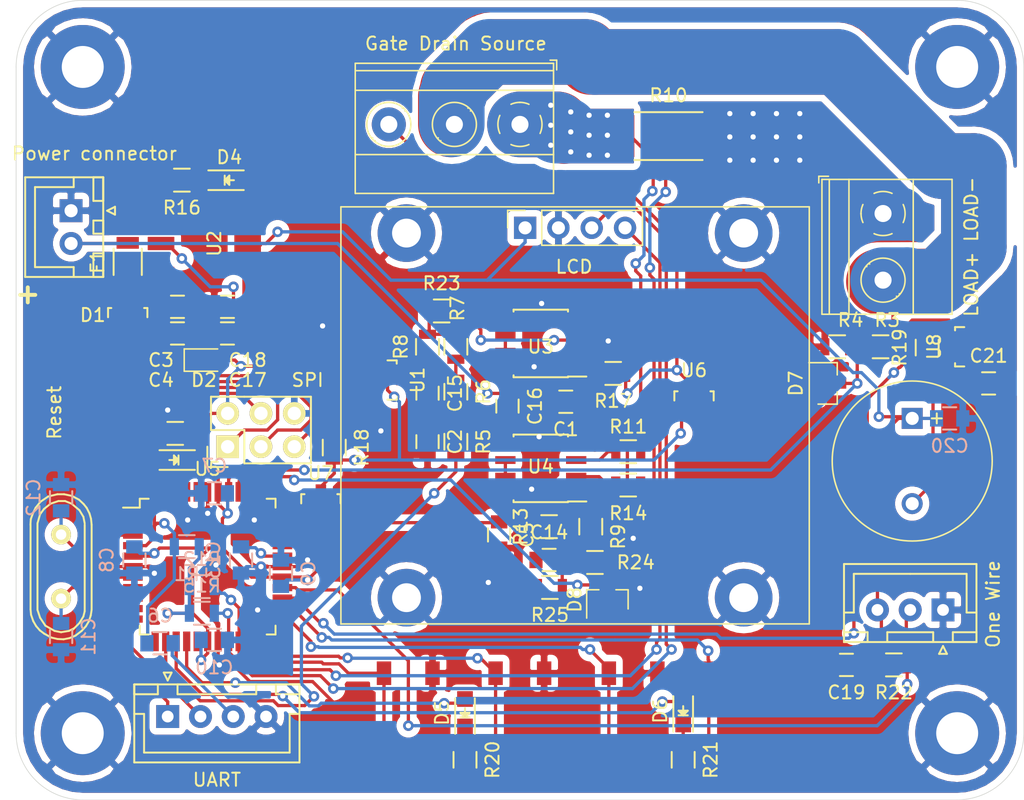
<source format=kicad_pcb>
(kicad_pcb (version 20171130) (host pcbnew "(5.1.4)-1")
  (layers (0 F.Cu signal) (31 B.Cu signal) (34 B.Paste user) (35 F.Paste user) (36 B.SilkS user) (37 F.SilkS user) (38 B.Mask user) (39 F.Mask user) (44 Edge.Cuts user))
  (net 0 "")
  (net 1 GND)
  (net 2 /MCU/RESET)
  (net 3 /MCU/DTR)
  (net 4 "Net-(C11-Pad2)")
  (net 5 "Net-(C12-Pad2)")
  (net 6 /MCU/AREF)
  (net 7 "Net-(D3-Pad1)")
  (net 8 STATUS_1)
  (net 9 "/Variable Load/Vload")
  (net 10 "Net-(R11-Pad2)")
  (net 11 "Net-(U4-Pad6)")
  (net 12 /MCU/UART_TX)
  (net 13 /MCU/UART_RX)
  (net 14 /MCU/SCK)
  (net 15 /MCU/MISO)
  (net 16 /MCU/MOSI)
  (net 17 "Net-(C1-Pad2)")
  (net 18 "Net-(C2-Pad1)")
  (net 19 "Net-(C14-Pad1)")
  (net 20 /MCU/BUTTON4)
  (net 21 /MCU/BUTTON3)
  (net 22 /MCU/BUTTON2)
  (net 23 /MCU/BUTTON1)
  (net 24 3.3V)
  (net 25 CURRENT_SENSE)
  (net 26 12V)
  (net 27 "Net-(D1-Pad1)")
  (net 28 SDA)
  (net 29 SCL)
  (net 30 VOLTAGE_SENSE)
  (net 31 Iset)
  (net 32 "/Variable Load/Gate_drive")
  (net 33 "/Power Supply/V12_fused")
  (net 34 "/Variable Load/Iset_filtered")
  (net 35 "Net-(U3-Pad6)")
  (net 36 "Net-(D4-Pad1)")
  (net 37 "/Variable Load/Current_feedback_P")
  (net 38 "/Variable Load/Enable_inv")
  (net 39 Enable)
  (net 40 "Net-(D5-Pad1)")
  (net 41 STATUS_2)
  (net 42 "Net-(D6-Pad1)")
  (net 43 STATUS_3)
  (net 44 "Net-(R19-Pad2)")
  (net 45 SPEAKER_DRIVE)
  (net 46 ONE_WIRE)
  (net 47 "Net-(R23-Pad1)")
  (net 48 "Net-(R23-Pad2)")
  (net 49 "Net-(D8-Pad1)")
  (net 50 "Net-(P4-Pad3)")
  (net 51 "Net-(C21-Pad1)")
  (module Capacitors_SMD:C_0805 (layer F.Cu) (at 120.507 100.33)
    (fp_text reference C21 (at 0 -2.1) (layer F.SilkS))
    (fp_text value 100n)
    (pad 2 smd rect (at 1 0) (size 1 1.25) (layers F.Cu F.Paste F.Mask) (net 1 GND))
    (pad 1 smd rect (at -1 0) (size 1 1.25) (layers F.Cu F.Paste F.Mask) (net 51 "Net-(C21-Pad1)"))
  )
  (module Resistors_SMD:R_0805 (layer F.Cu) (at 115.824 97.597 90)
    (fp_text reference R19 (at 0 -2.1 90) (layer F.SilkS))
    (fp_text value 120R)
    (pad 2 smd rect (at 0.95 0 90) (size 0.7 1.3) (layers F.Cu F.Paste F.Mask) (net 44 "Net-(R19-Pad2)"))
    (pad 1 smd rect (at -0.95 0 90) (size 0.7 1.3) (layers F.Cu F.Paste F.Mask) (net 51 "Net-(C21-Pad1)"))
  )
  (module Resistors_SMD:R_0805 (layer F.Cu) (at 87.056 115.8875 180)
    (fp_text reference R25 (at 0 -2.1) (layer F.SilkS))
    (fp_text value 10k)
    (pad 2 smd rect (at 0.95 0 180) (size 0.7 1.3) (layers F.Cu F.Paste F.Mask) (net 1 GND))
    (pad 1 smd rect (at -0.95 0 180) (size 0.7 1.3) (layers F.Cu F.Paste F.Mask) (net 25 CURRENT_SENSE))
  )
  (module TerminalBlock_Phoenix:TerminalBlock_Phoenix_MKDS-1,5-3_1x03_P5.00mm_Horizontal (layer F.Cu) (at 84.7725 80.5815 180)
    (fp_text reference P4 hide)
    (fp_text value "Gate Drain Source" (at 4.8895 6.1595) (layer F.SilkS))
    (pad 3 thru_hole circle (at 10 0 180) (size 2.6 2.6) (drill 1.3) (layers *.Cu *.Mask) (net 50 "Net-(P4-Pad3)"))
    (pad 2 thru_hole circle (at 5 0 180) (size 2.6 2.6) (drill 1.3) (layers *.Cu *.Mask) (net 9 "/Variable Load/Vload"))
    (pad 1 thru_hole rect (at 0 0 180) (size 2.6 2.6) (drill 1.3) (layers *.Cu *.Mask) (net 37 "/Variable Load/Current_feedback_P"))
  )
  (module Resistors_SMD:R_0805 (layer F.Cu) (at 90.49 113.9825)
    (fp_text reference R24 (at 3.109 0) (layer F.SilkS))
    (fp_text value 10k)
    (pad 2 smd rect (at 0.95 0) (size 0.7 1.3) (layers F.Cu F.Paste F.Mask) (net 49 "Net-(D8-Pad1)"))
    (pad 1 smd rect (at -0.95 0) (size 0.7 1.3) (layers F.Cu F.Paste F.Mask) (net 25 CURRENT_SENSE))
  )
  (module Diode_SMD:D_SOT-23_ANK (layer F.Cu) (at 91.44 116.824 90)
    (fp_text reference D8 (at 0 -2.5 90) (layer F.SilkS))
    (fp_text value BZX84Cxx)
    (pad 1 smd rect (at 1 0 90) (size 0.9 0.8) (layers F.Cu F.Paste F.Mask) (net 49 "Net-(D8-Pad1)"))
    (pad "" smd rect (at -1 0.95 90) (size 0.9 0.8) (layers F.Cu F.Paste F.Mask))
    (pad 2 smd rect (at -1 -0.95 90) (size 0.9 0.8) (layers F.Cu F.Paste F.Mask) (net 1 GND))
  )
  (module Diode_SMD:D_SOT-23_ANK (layer F.Cu) (at 108.204 100.33)
    (fp_text reference D7 (at -2.397 0.0025 90) (layer F.SilkS))
    (fp_text value BZX84Cxx)
    (pad 1 smd rect (at 1 0) (size 0.9 0.8) (layers F.Cu F.Paste F.Mask) (net 30 VOLTAGE_SENSE))
    (pad "" smd rect (at -1 0.95) (size 0.9 0.8) (layers F.Cu F.Paste F.Mask))
    (pad 2 smd rect (at -1 -0.95) (size 0.9 0.8) (layers F.Cu F.Paste F.Mask) (net 1 GND))
  )
  (module Resistors_SMD:R_0805 (layer F.Cu) (at 78.8035 94.8055)
    (fp_text reference R23 (at 0 -2.1) (layer F.SilkS))
    (fp_text value 1k)
    (pad 2 smd rect (at 0.95 0) (size 0.7 1.3) (layers F.Cu F.Paste F.Mask) (net 48 "Net-(R23-Pad2)"))
    (pad 1 smd rect (at -0.95 0) (size 0.7 1.3) (layers F.Cu F.Paste F.Mask) (net 47 "Net-(R23-Pad1)"))
  )
  (module Resistors_SMD:R_1206 (layer F.Cu) (at 54.864 91.062 90)
    (fp_text reference F1 (at 0 -2.3 90) (layer F.SilkS))
    (fp_text value 0.25A)
    (pad 2 smd rect (at 1.45 0 90) (size 0.9 1.7) (layers F.Cu F.Paste F.Mask) (net 26 12V))
    (pad 1 smd rect (at -1.45 0 90) (size 0.9 1.7) (layers F.Cu F.Paste F.Mask) (net 27 "Net-(D1-Pad1)"))
  )
  (module TO_SOT_Packages_SMD:SOT-23 (layer F.Cu) (at 54.864 95.23222)
    (fp_text reference D1 (at -2.667 -0.10922) (layer F.SilkS))
    (fp_text value BAT54C)
    (pad 3 smd rect (at 0 -0.99822) (size 0.8001 0.8001) (layers F.Cu F.Paste F.Mask) (net 33 "/Power Supply/V12_fused"))
    (pad 2 smd rect (at 0.95 1.00076) (size 0.8001 0.8001) (layers F.Cu F.Paste F.Mask))
    (pad 1 smd rect (at -0.95 1.00076) (size 0.8001 0.8001) (layers F.Cu F.Paste F.Mask) (net 27 "Net-(D1-Pad1)"))
  )
  (module Capacitors_SMD:C_0805 (layer B.Cu) (at 117.5385 102.997)
    (fp_text reference C20 (at 0 2.1) (layer B.SilkS) (effects (justify mirror)))
    (fp_text value 100n)
    (pad 2 smd rect (at 1 0) (size 1 1.25) (layers B.Cu B.Paste B.Mask) (net 1 GND))
    (pad 1 smd rect (at -1 0) (size 1 1.25) (layers B.Cu B.Paste B.Mask) (net 24 3.3V))
  )
  (module Capacitors_SMD:C_0805 (layer F.Cu) (at 109.6645 121.793 180)
    (fp_text reference C19 (at 0 -2.1) (layer F.SilkS))
    (fp_text value 100n)
    (pad 2 smd rect (at 1 0 180) (size 1 1.25) (layers F.Cu F.Paste F.Mask) (net 1 GND))
    (pad 1 smd rect (at -1 0 180) (size 1 1.25) (layers F.Cu F.Paste F.Mask) (net 24 3.3V))
  )
  (module TO_SOT_Packages_SMD:SOT-223 (layer F.Cu) (at 60.706 89.662 270)
    (fp_text reference U2 (at 0 -0.762 270) (layer F.SilkS))
    (fp_text value TLV1117-33)
    (pad 1 smd rect (at -2.286 3.302 270) (size 1.016 2.032) (layers F.Cu F.Paste F.Mask) (net 1 GND))
    (pad 3 smd rect (at 2.286 3.302 270) (size 1.016 2.032) (layers F.Cu F.Paste F.Mask) (net 33 "/Power Supply/V12_fused"))
    (pad 2 smd rect (at 0 3.302 270) (size 1.016 2.032) (layers F.Cu F.Paste F.Mask) (net 24 3.3V))
    (pad 2 smd rect (at 0 -3.302 270) (size 3.6576 2.032) (layers F.Cu F.Paste F.Mask) (net 24 3.3V))
  )
  (module Resistors_SMD:R_0805 (layer F.Cu) (at 113.2815 121.793 180)
    (fp_text reference R22 (at 0 -2.1) (layer F.SilkS))
    (fp_text value 4.7k)
    (pad 2 smd rect (at 0.95 0 180) (size 0.7 1.3) (layers F.Cu F.Paste F.Mask) (net 24 3.3V))
    (pad 1 smd rect (at -0.95 0 180) (size 0.7 1.3) (layers F.Cu F.Paste F.Mask) (net 46 ONE_WIRE))
  )
  (module Connectors_JST:JST_XH_B03B-XH-A_03x2.50mm_Straight (layer F.Cu) (at 117.0305 117.602 180)
    (fp_text reference P3 hide)
    (fp_text value "One Wire" (at -3.81 0.4445 90) (layer F.SilkS))
    (pad 3 thru_hole circle (at 5 0 180) (size 1.75 1.75) (drill 0.9) (layers *.Cu *.Mask) (net 24 3.3V))
    (pad 2 thru_hole circle (at 2.5 0 180) (size 1.75 1.75) (drill 0.9) (layers *.Cu *.Mask) (net 46 ONE_WIRE))
    (pad 1 thru_hole rect (at 0 0 180) (size 1.75 1.75) (drill 0.9) (layers *.Cu *.Mask) (net 1 GND))
  )
  (module LEDs:LED_0805 (layer F.Cu) (at 62.611 84.836)
    (fp_text reference D4 (at 0 -1.75) (layer F.SilkS))
    (fp_text value LED)
    (pad 1 smd rect (at -1.04902 0 180) (size 1.19888 1.19888) (layers F.Cu F.Paste F.Mask) (net 36 "Net-(D4-Pad1)"))
    (pad 2 smd rect (at 1.04902 0 180) (size 1.19888 1.19888) (layers F.Cu F.Paste F.Mask) (net 24 3.3V))
  )
  (module TO_SOT_Packages_SMD:SOT-23 (layer F.Cu) (at 118.60022 97.536 90)
    (fp_text reference U8 (at 0 -2.25 90) (layer F.SilkS))
    (fp_text value FDV303N)
    (pad 3 smd rect (at 0 -0.99822 90) (size 0.8001 0.8001) (layers F.Cu F.Paste F.Mask) (net 44 "Net-(R19-Pad2)"))
    (pad 2 smd rect (at 0.95 1.00076 90) (size 0.8001 0.8001) (layers F.Cu F.Paste F.Mask) (net 1 GND))
    (pad 1 smd rect (at -0.95 1.00076 90) (size 0.8001 0.8001) (layers F.Cu F.Paste F.Mask) (net 45 SPEAKER_DRIVE))
  )
  (module Resistors_SMD:R_0805 (layer F.Cu) (at 97.2185 129.0295 270)
    (fp_text reference R21 (at 0 -2.1 90) (layer F.SilkS))
    (fp_text value 200)
    (pad 2 smd rect (at 0.95 0 270) (size 0.7 1.3) (layers F.Cu F.Paste F.Mask) (net 1 GND))
    (pad 1 smd rect (at -0.95 0 270) (size 0.7 1.3) (layers F.Cu F.Paste F.Mask) (net 42 "Net-(D6-Pad1)"))
  )
  (module Resistors_SMD:R_0805 (layer F.Cu) (at 80.5815 129.0295 270)
    (fp_text reference R20 (at 0 -2.1 90) (layer F.SilkS))
    (fp_text value 200)
    (pad 2 smd rect (at 0.95 0 270) (size 0.7 1.3) (layers F.Cu F.Paste F.Mask) (net 1 GND))
    (pad 1 smd rect (at -0.95 0 270) (size 0.7 1.3) (layers F.Cu F.Paste F.Mask) (net 40 "Net-(D5-Pad1)"))
  )
  (module Buzzer_Beeper:MagneticBuzzer_ProSignal_ABT-410-RC (layer F.Cu) (at 114.681 102.997 270)
    (fp_text reference LS1 hide)
    (fp_text value Speaker)
    (fp_text user + (at 0 -1.8 90) (layer F.SilkS))
    (pad 2 thru_hole circle (at 6.5 0 270) (size 1.6 1.6) (drill 1) (layers *.Cu *.Mask) (net 51 "Net-(C21-Pad1)"))
    (pad 1 thru_hole rect (at 0 0 270) (size 1.6 1.6) (drill 1) (layers *.Cu *.Mask) (net 24 3.3V))
  )
  (module LEDs:LED_0805 (layer F.Cu) (at 97.2185 125.2855 90)
    (fp_text reference D6 (at 0 -1.75 90) (layer F.SilkS))
    (fp_text value "Status 3")
    (pad 1 smd rect (at -1.04902 0 270) (size 1.19888 1.19888) (layers F.Cu F.Paste F.Mask) (net 42 "Net-(D6-Pad1)"))
    (pad 2 smd rect (at 1.04902 0 270) (size 1.19888 1.19888) (layers F.Cu F.Paste F.Mask) (net 43 STATUS_3))
  )
  (module LEDs:LED_0805 (layer F.Cu) (at 80.5815 125.44298 90)
    (fp_text reference D5 (at 0 -1.75 90) (layer F.SilkS))
    (fp_text value "Status 2")
    (pad 1 smd rect (at -1.04902 0 270) (size 1.19888 1.19888) (layers F.Cu F.Paste F.Mask) (net 40 "Net-(D5-Pad1)"))
    (pad 2 smd rect (at 1.04902 0 270) (size 1.19888 1.19888) (layers F.Cu F.Paste F.Mask) (net 41 STATUS_2))
  )
  (module TO_SOT_Packages_SMD:SOT-23 (layer F.Cu) (at 69.5935 109.42574)
    (fp_text reference U7 (at 0 -2.25) (layer F.SilkS))
    (fp_text value FDV303N)
    (pad 3 smd rect (at 0 -0.99822) (size 0.8001 0.8001) (layers F.Cu F.Paste F.Mask) (net 38 "/Variable Load/Enable_inv"))
    (pad 2 smd rect (at 0.95 1.00076) (size 0.8001 0.8001) (layers F.Cu F.Paste F.Mask) (net 1 GND))
    (pad 1 smd rect (at -0.95 1.00076) (size 0.8001 0.8001) (layers F.Cu F.Paste F.Mask) (net 39 Enable))
  )
  (module TO_SOT_Packages_SMD:SOT-23 (layer F.Cu) (at 98.044 101.58222)
    (fp_text reference U6 (at 0 -2.25) (layer F.SilkS))
    (fp_text value FDV303N)
    (pad 3 smd rect (at 0 -0.99822) (size 0.8001 0.8001) (layers F.Cu F.Paste F.Mask) (net 50 "Net-(P4-Pad3)"))
    (pad 2 smd rect (at 0.95 1.00076) (size 0.8001 0.8001) (layers F.Cu F.Paste F.Mask) (net 1 GND))
    (pad 1 smd rect (at -0.95 1.00076) (size 0.8001 0.8001) (layers F.Cu F.Paste F.Mask) (net 38 "/Variable Load/Enable_inv"))
  )
  (module TO_SOT_Packages_SMD:SOT-23 (layer F.Cu) (at 74.72426 100.0735 270)
    (fp_text reference U1 (at 0 -2.25 90) (layer F.SilkS))
    (fp_text value FDV303N)
    (pad 3 smd rect (at 0 -0.99822 270) (size 0.8001 0.8001) (layers F.Cu F.Paste F.Mask) (net 34 "/Variable Load/Iset_filtered"))
    (pad 2 smd rect (at 0.95 1.00076 270) (size 0.8001 0.8001) (layers F.Cu F.Paste F.Mask) (net 1 GND))
    (pad 1 smd rect (at -0.95 1.00076 270) (size 0.8001 0.8001) (layers F.Cu F.Paste F.Mask) (net 38 "/Variable Load/Enable_inv"))
  )
  (module Resistors_SMD:R_0805 (layer F.Cu) (at 70.612 105.222 270)
    (fp_text reference R18 (at 0 -2.1 90) (layer F.SilkS))
    (fp_text value 10k)
    (pad 1 smd rect (at -0.95 0 270) (size 0.7 1.3) (layers F.Cu F.Paste F.Mask) (net 24 3.3V))
    (pad 2 smd rect (at 0.95 0 270) (size 0.7 1.3) (layers F.Cu F.Paste F.Mask) (net 38 "/Variable Load/Enable_inv"))
  )
  (module Resistors_SMD:R_2512 (layer F.Cu) (at 96.0965 81.4705)
    (fp_text reference R10 (at 0 -3.1) (layer F.SilkS))
    (fp_text value "SHUNT, 0.01R")
    (pad 2 smd rect (at 3.1 0) (size 1 3.2) (layers F.Cu F.Paste F.Mask) (net 1 GND))
    (pad 1 smd rect (at -3.1 0) (size 1 3.2) (layers F.Cu F.Paste F.Mask) (net 37 "/Variable Load/Current_feedback_P"))
  )
  (module Resistors_SMD:R_0805 (layer F.Cu) (at 91.882 99.568 180)
    (fp_text reference R17 (at 0 -2.1) (layer F.SilkS))
    (fp_text value 100)
    (pad 2 smd rect (at 0.95 0 180) (size 0.7 1.3) (layers F.Cu F.Paste F.Mask) (net 32 "/Variable Load/Gate_drive"))
    (pad 1 smd rect (at -0.95 0 180) (size 0.7 1.3) (layers F.Cu F.Paste F.Mask) (net 50 "Net-(P4-Pad3)"))
  )
  (module Capacitors_SMD:C_0805 (layer F.Cu) (at 77.724 101.076 270)
    (fp_text reference C15 (at 0 -2.1 90) (layer F.SilkS))
    (fp_text value 470n)
    (pad 2 smd rect (at 1 0 270) (size 1 1.25) (layers F.Cu F.Paste F.Mask) (net 1 GND))
    (pad 1 smd rect (at -1 0 270) (size 1 1.25) (layers F.Cu F.Paste F.Mask) (net 34 "/Variable Load/Iset_filtered"))
  )
  (module Capacitors_SMD:C_0805 (layer F.Cu) (at 83.82 102.0595 270)
    (fp_text reference C16 (at 0 -2.1 90) (layer F.SilkS))
    (fp_text value 100n)
    (pad 2 smd rect (at 1 0 270) (size 1 1.25) (layers F.Cu F.Paste F.Mask) (net 1 GND))
    (pad 1 smd rect (at -1 0 270) (size 1 1.25) (layers F.Cu F.Paste F.Mask) (net 26 12V))
  )
  (module Capacitors_SMD:C_0805 (layer F.Cu) (at 86.995 113.792)
    (fp_text reference C14 (at 0 -2.1) (layer F.SilkS))
    (fp_text value 200n)
    (pad 2 smd rect (at 1 0) (size 1 1.25) (layers F.Cu F.Paste F.Mask) (net 25 CURRENT_SENSE))
    (pad 1 smd rect (at -1 0) (size 1 1.25) (layers F.Cu F.Paste F.Mask) (net 19 "Net-(C14-Pad1)"))
  )
  (module Capacitors_SMD:C_0805 (layer B.Cu) (at 63.5 113.792 270)
    (fp_text reference C13 (at 0 2.1 90) (layer B.SilkS) (effects (justify mirror)))
    (fp_text value 100n)
    (pad 2 smd rect (at 1 0 270) (size 1 1.25) (layers B.Cu B.Paste B.Mask) (net 1 GND))
    (pad 1 smd rect (at -1 0 270) (size 1 1.25) (layers B.Cu B.Paste B.Mask) (net 6 /MCU/AREF))
  )
  (module Capacitors_SMD:C_0805 (layer B.Cu) (at 49.784 109.0445 270)
    (fp_text reference C12 (at 0 2.1 90) (layer B.SilkS) (effects (justify mirror)))
    (fp_text value 22p)
    (pad 2 smd rect (at 1 0 270) (size 1 1.25) (layers B.Cu B.Paste B.Mask) (net 5 "Net-(C12-Pad2)"))
    (pad 1 smd rect (at -1 0 270) (size 1 1.25) (layers B.Cu B.Paste B.Mask) (net 1 GND))
  )
  (module Capacitors_SMD:C_0805 (layer B.Cu) (at 49.784 119.634 90)
    (fp_text reference C11 (at 0 2.1 90) (layer B.SilkS) (effects (justify mirror)))
    (fp_text value 22p)
    (pad 2 smd rect (at 1 0 90) (size 1 1.25) (layers B.Cu B.Paste B.Mask) (net 4 "Net-(C11-Pad2)"))
    (pad 1 smd rect (at -1 0 90) (size 1 1.25) (layers B.Cu B.Paste B.Mask) (net 1 GND))
  )
  (module Capacitors_SMD:C_0805 (layer B.Cu) (at 61.468 119.888)
    (fp_text reference C10 (at 0 2.1) (layer B.SilkS) (effects (justify mirror)))
    (fp_text value 100n)
    (pad 2 smd rect (at 1 0) (size 1 1.25) (layers B.Cu B.Paste B.Mask) (net 1 GND))
    (pad 1 smd rect (at -1 0) (size 1 1.25) (layers B.Cu B.Paste B.Mask) (net 24 3.3V))
  )
  (module Capacitors_SMD:C_0805 (layer B.Cu) (at 66.548 114.808 90)
    (fp_text reference C9 (at 0 2.1 90) (layer B.SilkS) (effects (justify mirror)))
    (fp_text value 100n)
    (pad 2 smd rect (at 1 0 90) (size 1 1.25) (layers B.Cu B.Paste B.Mask) (net 1 GND))
    (pad 1 smd rect (at -1 0 90) (size 1 1.25) (layers B.Cu B.Paste B.Mask) (net 24 3.3V))
  )
  (module Capacitors_SMD:C_0805 (layer B.Cu) (at 55.372 113.792 270)
    (fp_text reference C8 (at 0 2.1 90) (layer B.SilkS) (effects (justify mirror)))
    (fp_text value 100n)
    (pad 2 smd rect (at 1 0 270) (size 1 1.25) (layers B.Cu B.Paste B.Mask) (net 1 GND))
    (pad 1 smd rect (at -1 0 270) (size 1 1.25) (layers B.Cu B.Paste B.Mask) (net 24 3.3V))
  )
  (module Capacitors_SMD:C_0805 (layer B.Cu) (at 61.468 108.712 180)
    (fp_text reference C7 (at 0 2.1) (layer B.SilkS) (effects (justify mirror)))
    (fp_text value 100n)
    (pad 2 smd rect (at 1 0 180) (size 1 1.25) (layers B.Cu B.Paste B.Mask) (net 1 GND))
    (pad 1 smd rect (at -1 0 180) (size 1 1.25) (layers B.Cu B.Paste B.Mask) (net 24 3.3V))
  )
  (module Capacitors_SMD:C_0805 (layer B.Cu) (at 57.3255 120.142 180)
    (fp_text reference C6 (at 0 2.1) (layer B.SilkS) (effects (justify mirror)))
    (fp_text value 100n)
    (pad 2 smd rect (at 1 0 180) (size 1 1.25) (layers B.Cu B.Paste B.Mask) (net 2 /MCU/RESET))
    (pad 1 smd rect (at -1 0 180) (size 1 1.25) (layers B.Cu B.Paste B.Mask) (net 3 /MCU/DTR))
  )
  (module Capacitors_SMD:C_0805 (layer F.Cu) (at 83.185 111.887 270)
    (fp_text reference C5 (at 0 -2.1 90) (layer F.SilkS))
    (fp_text value 100n)
    (pad 2 smd rect (at 1 0 270) (size 1 1.25) (layers F.Cu F.Paste F.Mask) (net 1 GND))
    (pad 1 smd rect (at -1 0 270) (size 1 1.25) (layers F.Cu F.Paste F.Mask) (net 24 3.3V))
  )
  (module Capacitors_SMD:C_0805 (layer F.Cu) (at 77.724 104.775 270)
    (fp_text reference C2 (at 0 -2.1 90) (layer F.SilkS))
    (fp_text value 470n)
    (pad 2 smd rect (at 1 0 270) (size 1 1.25) (layers F.Cu F.Paste F.Mask) (net 1 GND))
    (pad 1 smd rect (at -1 0 270) (size 1 1.25) (layers F.Cu F.Paste F.Mask) (net 18 "Net-(C2-Pad1)"))
  )
  (module Capacitors_SMD:C_0805 (layer F.Cu) (at 88.265 101.727 180)
    (fp_text reference C1 (at 0 -2.1) (layer F.SilkS))
    (fp_text value 1u)
    (pad 2 smd rect (at 1 0 180) (size 1 1.25) (layers F.Cu F.Paste F.Mask) (net 17 "Net-(C1-Pad2)"))
    (pad 1 smd rect (at -1 0 180) (size 1 1.25) (layers F.Cu F.Paste F.Mask) (net 32 "/Variable Load/Gate_drive"))
  )
  (module Resistors_SMD:R_0805 (layer F.Cu) (at 58.994 84.831 180)
    (fp_text reference R16 (at 0 -2.1) (layer F.SilkS))
    (fp_text value 200R)
    (pad 2 smd rect (at 0.95 0 180) (size 0.7 1.3) (layers F.Cu F.Paste F.Mask) (net 1 GND))
    (pad 1 smd rect (at -0.95 0 180) (size 0.7 1.3) (layers F.Cu F.Paste F.Mask) (net 36 "Net-(D4-Pad1)"))
  )
  (module Connectors_JST:JST_XH_B04B-XH-A_04x2.50mm_Straight (layer F.Cu) (at 57.912 125.73)
    (fp_text reference J3 hide)
    (fp_text value UART (at 3.75 4.826) (layer F.SilkS))
    (pad 1 thru_hole rect (at 0 0) (size 1.75 1.75) (drill 0.9) (layers *.Cu *.Mask) (net 13 /MCU/UART_RX))
    (pad 2 thru_hole circle (at 2.5 0) (size 1.75 1.75) (drill 0.9) (layers *.Cu *.Mask) (net 12 /MCU/UART_TX))
    (pad 3 thru_hole circle (at 5 0) (size 1.75 1.75) (drill 0.9) (layers *.Cu *.Mask) (net 3 /MCU/DTR))
    (pad 4 thru_hole circle (at 7.5 0) (size 1.75 1.75) (drill 0.9) (layers *.Cu *.Mask) (net 1 GND))
  )
  (module MountingHole:MountingHole_3.2mm_M3_Pad (layer F.Cu) (at 118.11 127)
    (fp_text reference H8 hide)
    (fp_text value "PCB Mount")
    (pad 1 thru_hole circle (at 0 0) (size 6.4 6.4) (drill 3.2) (layers *.Cu *.Mask) (net 1 GND))
  )
  (module MountingHole:MountingHole_3.2mm_M3_Pad (layer F.Cu) (at 51.435 127)
    (fp_text reference H7 hide)
    (fp_text value "PCB Mount")
    (pad 1 thru_hole circle (at 0 0) (size 6.4 6.4) (drill 3.2) (layers *.Cu *.Mask) (net 1 GND))
  )
  (module MountingHole:MountingHole_3.2mm_M3_Pad (layer F.Cu) (at 118.11 76.2)
    (fp_text reference H6 hide)
    (fp_text value "PCB Mount")
    (pad 1 thru_hole circle (at 0 0) (size 6.4 6.4) (drill 3.2) (layers *.Cu *.Mask) (net 1 GND))
  )
  (module MountingHole:MountingHole_3.2mm_M3_Pad (layer F.Cu) (at 51.435 76.2)
    (fp_text reference H5 hide)
    (fp_text value "PCB Mount")
    (pad 1 thru_hole circle (at 0 0) (size 6.4 6.4) (drill 3.2) (layers *.Cu *.Mask) (net 1 GND))
  )
  (module MountingHole:MountingHole_2.2mm_M2_Pad (layer F.Cu) (at 76.12 116.668)
    (fp_text reference H4 hide)
    (fp_text value "LCD Mount")
    (pad 1 thru_hole circle (at 0 0) (size 4.4 4.4) (drill 2.2) (layers *.Cu *.Mask) (net 1 GND))
  )
  (module MountingHole:MountingHole_2.2mm_M2_Pad (layer F.Cu) (at 101.83 116.668)
    (fp_text reference H3 hide)
    (fp_text value "LCD Mount")
    (pad 1 thru_hole circle (at 0 0) (size 4.4 4.4) (drill 2.2) (layers *.Cu *.Mask) (net 1 GND))
  )
  (module MountingHole:MountingHole_2.2mm_M2_Pad (layer F.Cu) (at 101.83 88.868)
    (fp_text reference H2 hide)
    (fp_text value "LCD Mount")
    (pad 1 thru_hole circle (at 0 0) (size 4.4 4.4) (drill 2.2) (layers *.Cu *.Mask) (net 1 GND))
  )
  (module MountingHole:MountingHole_2.2mm_M2_Pad (layer F.Cu) (at 76.12 88.868)
    (fp_text reference H1 hide)
    (fp_text value "LCD Mount")
    (pad 1 thru_hole circle (at 0 0) (size 4.4 4.4) (drill 2.2) (layers *.Cu *.Mask) (net 1 GND))
  )
  (module Connector_PinSocket_2.54mm:PinSocket_1x04_P2.54mm_Vertical (layer F.Cu) (at 85.165 88.468 90)
    (fp_text reference P2 hide)
    (fp_text value LCD (at -2.972 3.735 180) (layer F.SilkS))
    (pad 1 thru_hole rect (at 0 0 90) (size 1.7 1.7) (drill 1) (layers *.Cu *.Mask) (net 24 3.3V))
    (pad 2 thru_hole oval (at 0 2.54 90) (size 1.7 1.7) (drill 1) (layers *.Cu *.Mask) (net 1 GND))
    (pad 3 thru_hole oval (at 0 5.08 90) (size 1.7 1.7) (drill 1) (layers *.Cu *.Mask) (net 29 SCL))
    (pad 4 thru_hole oval (at 0 7.62 90) (size 1.7 1.7) (drill 1) (layers *.Cu *.Mask) (net 28 SDA))
  )
  (module Capacitors_SMD:C_0805 (layer F.Cu) (at 62.468 94.488 180)
    (fp_text reference C18 (at -1.54 -4.064) (layer F.SilkS))
    (fp_text value 100n)
    (pad 2 smd rect (at 1 0 180) (size 1 1.25) (layers F.Cu F.Paste F.Mask) (net 1 GND))
    (pad 1 smd rect (at -1 0 180) (size 1 1.25) (layers F.Cu F.Paste F.Mask) (net 24 3.3V))
  )
  (module Capacitors_SMD:C_0805 (layer F.Cu) (at 62.468 96.52 180)
    (fp_text reference C17 (at -1.54 -3.556) (layer F.SilkS))
    (fp_text value 1u)
    (pad 2 smd rect (at 1 0 180) (size 1 1.25) (layers F.Cu F.Paste F.Mask) (net 1 GND))
    (pad 1 smd rect (at -1 0 180) (size 1 1.25) (layers F.Cu F.Paste F.Mask) (net 24 3.3V))
  )
  (module Capacitors_SMD:C_0805 (layer F.Cu) (at 58.658 96.52)
    (fp_text reference C4 (at -1.254 3.556) (layer F.SilkS))
    (fp_text value 100n)
    (pad 2 smd rect (at 1 0) (size 1 1.25) (layers F.Cu F.Paste F.Mask) (net 1 GND))
    (pad 1 smd rect (at -1 0) (size 1 1.25) (layers F.Cu F.Paste F.Mask) (net 33 "/Power Supply/V12_fused"))
  )
  (module Capacitors_SMD:C_0805 (layer F.Cu) (at 58.658 94.488)
    (fp_text reference C3 (at -1.254 4.064) (layer F.SilkS))
    (fp_text value 1u)
    (pad 2 smd rect (at 1 0) (size 1 1.25) (layers F.Cu F.Paste F.Mask) (net 1 GND))
    (pad 1 smd rect (at -1 0) (size 1 1.25) (layers F.Cu F.Paste F.Mask) (net 33 "/Power Supply/V12_fused"))
  )
  (module Extra:Switch (layer F.Cu) (at 101.02 125.528 270)
    (fp_text reference SW5 hide)
    (fp_text value Enter hide)
    (pad 2 smd rect (at 3.1 1.85 270) (size 1.8 1.1) (layers F.Cu F.Paste F.Mask) (net 23 /MCU/BUTTON1))
    (pad 2 smd rect (at -3.1 1.85 270) (size 1.8 1.1) (layers F.Cu F.Paste F.Mask) (net 23 /MCU/BUTTON1))
    (pad 1 smd rect (at 3.1 -1.85 270) (size 1.8 1.1) (layers F.Cu F.Paste F.Mask) (net 1 GND))
    (pad 1 smd rect (at -3.1 -1.85 270) (size 1.8 1.1) (layers F.Cu F.Paste F.Mask) (net 1 GND))
  )
  (module Extra:Switch (layer F.Cu) (at 93.4 125.528 270)
    (fp_text reference SW4 hide)
    (fp_text value Up hide)
    (pad 2 smd rect (at 3.1 1.85 270) (size 1.8 1.1) (layers F.Cu F.Paste F.Mask) (net 22 /MCU/BUTTON2))
    (pad 2 smd rect (at -3.1 1.85 270) (size 1.8 1.1) (layers F.Cu F.Paste F.Mask) (net 22 /MCU/BUTTON2))
    (pad 1 smd rect (at 3.1 -1.85 270) (size 1.8 1.1) (layers F.Cu F.Paste F.Mask) (net 1 GND))
    (pad 1 smd rect (at -3.1 -1.85 270) (size 1.8 1.1) (layers F.Cu F.Paste F.Mask) (net 1 GND))
  )
  (module Extra:Switch (layer F.Cu) (at 84.764 125.528 270)
    (fp_text reference SW3 hide)
    (fp_text value Down hide)
    (pad 2 smd rect (at 3.1 1.85 270) (size 1.8 1.1) (layers F.Cu F.Paste F.Mask) (net 21 /MCU/BUTTON3))
    (pad 2 smd rect (at -3.1 1.85 270) (size 1.8 1.1) (layers F.Cu F.Paste F.Mask) (net 21 /MCU/BUTTON3))
    (pad 1 smd rect (at 3.1 -1.85 270) (size 1.8 1.1) (layers F.Cu F.Paste F.Mask) (net 1 GND))
    (pad 1 smd rect (at -3.1 -1.85 270) (size 1.8 1.1) (layers F.Cu F.Paste F.Mask) (net 1 GND))
  )
  (module Extra:Switch (layer F.Cu) (at 76.255 125.528 270)
    (fp_text reference SW2 hide)
    (fp_text value Back hide)
    (pad 2 smd rect (at 3.1 1.85 270) (size 1.8 1.1) (layers F.Cu F.Paste F.Mask) (net 20 /MCU/BUTTON4))
    (pad 2 smd rect (at -3.1 1.85 270) (size 1.8 1.1) (layers F.Cu F.Paste F.Mask) (net 20 /MCU/BUTTON4))
    (pad 1 smd rect (at 3.1 -1.85 270) (size 1.8 1.1) (layers F.Cu F.Paste F.Mask) (net 1 GND))
    (pad 1 smd rect (at -3.1 -1.85 270) (size 1.8 1.1) (layers F.Cu F.Paste F.Mask) (net 1 GND))
  )
  (module Extra:Switch (layer F.Cu) (at 53.158 102.564 270)
    (fp_text reference SW1 hide)
    (fp_text value Reset (at 0 3.882 90) (layer F.SilkS))
    (pad 2 smd rect (at 3.1 1.85 270) (size 1.8 1.1) (layers F.Cu F.Paste F.Mask) (net 1 GND))
    (pad 2 smd rect (at -3.1 1.85 270) (size 1.8 1.1) (layers F.Cu F.Paste F.Mask) (net 1 GND))
    (pad 1 smd rect (at 3.1 -1.85 270) (size 1.8 1.1) (layers F.Cu F.Paste F.Mask) (net 2 /MCU/RESET))
    (pad 1 smd rect (at -3.1 -1.85 270) (size 1.8 1.1) (layers F.Cu F.Paste F.Mask) (net 2 /MCU/RESET))
  )
  (module Resistors_SMD:R_0805 (layer B.Cu) (at 60.518 117.856 180)
    (fp_text reference R15 (at 0 2.1) (layer B.SilkS) (effects (justify mirror)))
    (fp_text value 4.7k)
    (pad 1 smd rect (at -0.95 0 180) (size 0.7 1.3) (layers B.Cu B.Paste B.Mask) (net 29 SCL))
    (pad 2 smd rect (at 0.95 0 180) (size 0.7 1.3) (layers B.Cu B.Paste B.Mask) (net 24 3.3V))
  )
  (module Resistors_SMD:R_0805 (layer B.Cu) (at 60.518 115.824 180)
    (fp_text reference R12 (at 0 2.1) (layer B.SilkS) (effects (justify mirror)))
    (fp_text value 4.7k)
    (pad 1 smd rect (at -0.95 0 180) (size 0.7 1.3) (layers B.Cu B.Paste B.Mask) (net 28 SDA))
    (pad 2 smd rect (at 0.95 0 180) (size 0.7 1.3) (layers B.Cu B.Paste B.Mask) (net 24 3.3V))
  )
  (module Resistors_SMD:R_0805 (layer F.Cu) (at 77.724 97.536 270)
    (fp_text reference R8 (at 0 2.032 90) (layer F.SilkS))
    (fp_text value 1M)
    (pad 2 smd rect (at 0.95 0 270) (size 0.7 1.3) (layers F.Cu F.Paste F.Mask) (net 1 GND))
    (pad 1 smd rect (at -0.95 0 270) (size 0.7 1.3) (layers F.Cu F.Paste F.Mask) (net 47 "Net-(R23-Pad1)"))
  )
  (module Resistors_SMD:R_0805 (layer F.Cu) (at 79.883 97.536 90)
    (fp_text reference R7 (at 2.921 0.127 90) (layer F.SilkS))
    (fp_text value 120k)
    (pad 2 smd rect (at 0.95 0 90) (size 0.7 1.3) (layers F.Cu F.Paste F.Mask) (net 47 "Net-(R23-Pad1)"))
    (pad 1 smd rect (at -0.95 0 90) (size 0.7 1.3) (layers F.Cu F.Paste F.Mask) (net 34 "/Variable Load/Iset_filtered"))
  )
  (module Resistors_SMD:R_0805 (layer F.Cu) (at 79.883 100.965 270)
    (fp_text reference R6 (at 0 -2.1 90) (layer F.SilkS))
    (fp_text value 100k)
    (pad 2 smd rect (at 0.95 0 270) (size 0.7 1.3) (layers F.Cu F.Paste F.Mask) (net 18 "Net-(C2-Pad1)"))
    (pad 1 smd rect (at -0.95 0 270) (size 0.7 1.3) (layers F.Cu F.Paste F.Mask) (net 34 "/Variable Load/Iset_filtered"))
  )
  (module Resistors_SMD:R_0805 (layer F.Cu) (at 112.268 97.536 180)
    (fp_text reference R3 (at -0.508 2.032) (layer F.SilkS))
    (fp_text value 22k)
    (pad 1 smd rect (at -0.95 0 180) (size 0.7 1.3) (layers F.Cu F.Paste F.Mask) (net 9 "/Variable Load/Vload"))
    (pad 2 smd rect (at 0.95 0 180) (size 0.7 1.3) (layers F.Cu F.Paste F.Mask) (net 30 VOLTAGE_SENSE))
  )
  (module Connectors_JST:JST_XH_B02B-XH-A_02x2.50mm_Straight (layer F.Cu) (at 50.546 87.162 270)
    (fp_text reference P1 hide)
    (fp_text value "Power connector" (at -4.358 -1.778 180) (layer F.SilkS))
    (pad 1 thru_hole rect (at 0 0 270) (size 1.75 1.75) (drill 1) (layers *.Cu *.Mask) (net 1 GND))
    (pad 2 thru_hole circle (at 2.5 0 270) (size 1.75 1.75) (drill 1) (layers *.Cu *.Mask) (net 26 12V))
  )
  (module Pin_Headers:Pin_Header_Straight_2x03 (layer F.Cu) (at 62.484 105.156 90)
    (fp_text reference J2 hide)
    (fp_text value SPI (at 5.08 6.096 180) (layer F.SilkS))
    (pad 6 thru_hole oval (at 2.54 5.08 90) (size 1.7272 1.7272) (drill 1.016) (layers *.Cu *.Mask F.SilkS) (net 1 GND))
    (pad 5 thru_hole oval (at 0 5.08 90) (size 1.7272 1.7272) (drill 1.016) (layers *.Cu *.Mask F.SilkS) (net 2 /MCU/RESET))
    (pad 4 thru_hole oval (at 2.54 2.54 90) (size 1.7272 1.7272) (drill 1.016) (layers *.Cu *.Mask F.SilkS) (net 16 /MCU/MOSI))
    (pad 3 thru_hole oval (at 0 2.54 90) (size 1.7272 1.7272) (drill 1.016) (layers *.Cu *.Mask F.SilkS) (net 14 /MCU/SCK))
    (pad 2 thru_hole oval (at 2.54 0 90) (size 1.7272 1.7272) (drill 1.016) (layers *.Cu *.Mask F.SilkS) (net 24 3.3V))
    (pad 1 thru_hole rect (at 0 0 90) (size 1.7272 1.7272) (drill 1.016) (layers *.Cu *.Mask F.SilkS) (net 15 /MCU/MISO))
  )
  (module TerminalBlock_Phoenix:TerminalBlock_Phoenix_MKDS-1,5-2-5.08_1x02_P5.08mm_Horizontal (layer F.Cu) (at 112.4585 87.376 270)
    (fp_text reference J1 hide)
    (fp_text value Screw_Terminal_01x02)
    (fp_text user "LOAD+ LOAD-" (at 2.54 -6.731 90) (layer F.SilkS))
    (pad 1 thru_hole rect (at 0 0 270) (size 2.6 2.6) (drill 1.3) (layers *.Cu *.Mask) (net 1 GND))
    (pad 2 thru_hole circle (at 5.08 0 270) (size 2.6 2.6) (drill 1.3) (layers *.Cu *.Mask) (net 9 "/Variable Load/Vload"))
  )
  (module Crystals:Crystal_HC49-U_Vertical (layer F.Cu) (at 49.784 114.3 270)
    (fp_text reference Y1 hide)
    (fp_text value 16MHz)
    (pad 2 thru_hole circle (at 2.44094 0 270) (size 1.50114 1.50114) (drill 0.8001) (layers *.Cu *.Mask F.SilkS) (net 4 "Net-(C11-Pad2)"))
    (pad 1 thru_hole circle (at -2.44094 0 270) (size 1.50114 1.50114) (drill 0.8001) (layers *.Cu *.Mask F.SilkS) (net 5 "Net-(C12-Pad2)"))
  )
  (module Housings_QFP:TQFP-44_10x10mm_Pitch0.8mm (layer F.Cu) (at 60.96 114.3)
    (fp_text reference U5 (at 0 -7.45) (layer F.SilkS))
    (fp_text value ATmega1284P-AU)
    (pad 1 smd rect (at -5.7 -4) (size 1.5 0.55) (layers F.Cu F.Paste F.Mask) (net 16 /MCU/MOSI))
    (pad 2 smd rect (at -5.7 -3.2) (size 1.5 0.55) (layers F.Cu F.Paste F.Mask) (net 15 /MCU/MISO))
    (pad 3 smd rect (at -5.7 -2.4) (size 1.5 0.55) (layers F.Cu F.Paste F.Mask) (net 14 /MCU/SCK))
    (pad 4 smd rect (at -5.7 -1.6) (size 1.5 0.55) (layers F.Cu F.Paste F.Mask) (net 2 /MCU/RESET))
    (pad 5 smd rect (at -5.7 -0.8) (size 1.5 0.55) (layers F.Cu F.Paste F.Mask) (net 24 3.3V))
    (pad 6 smd rect (at -5.7 0) (size 1.5 0.55) (layers F.Cu F.Paste F.Mask) (net 1 GND))
    (pad 7 smd rect (at -5.7 0.8) (size 1.5 0.55) (layers F.Cu F.Paste F.Mask) (net 5 "Net-(C12-Pad2)"))
    (pad 8 smd rect (at -5.7 1.6) (size 1.5 0.55) (layers F.Cu F.Paste F.Mask) (net 4 "Net-(C11-Pad2)"))
    (pad 9 smd rect (at -5.7 2.4) (size 1.5 0.55) (layers F.Cu F.Paste F.Mask) (net 13 /MCU/UART_RX))
    (pad 10 smd rect (at -5.7 3.2) (size 1.5 0.55) (layers F.Cu F.Paste F.Mask) (net 12 /MCU/UART_TX))
    (pad 11 smd rect (at -5.7 4) (size 1.5 0.55) (layers F.Cu F.Paste F.Mask))
    (pad 12 smd rect (at -4 5.7 90) (size 1.5 0.55) (layers F.Cu F.Paste F.Mask))
    (pad 13 smd rect (at -3.2 5.7 90) (size 1.5 0.55) (layers F.Cu F.Paste F.Mask) (net 31 Iset))
    (pad 14 smd rect (at -2.4 5.7 90) (size 1.5 0.55) (layers F.Cu F.Paste F.Mask) (net 43 STATUS_3))
    (pad 15 smd rect (at -1.6 5.7 90) (size 1.5 0.55) (layers F.Cu F.Paste F.Mask) (net 41 STATUS_2))
    (pad 16 smd rect (at -0.8 5.7 90) (size 1.5 0.55) (layers F.Cu F.Paste F.Mask))
    (pad 17 smd rect (at 0 5.7 90) (size 1.5 0.55) (layers F.Cu F.Paste F.Mask) (net 24 3.3V))
    (pad 18 smd rect (at 0.8 5.7 90) (size 1.5 0.55) (layers F.Cu F.Paste F.Mask) (net 1 GND))
    (pad 19 smd rect (at 1.6 5.7 90) (size 1.5 0.55) (layers F.Cu F.Paste F.Mask) (net 29 SCL))
    (pad 20 smd rect (at 2.4 5.7 90) (size 1.5 0.55) (layers F.Cu F.Paste F.Mask) (net 28 SDA))
    (pad 21 smd rect (at 3.2 5.7 90) (size 1.5 0.55) (layers F.Cu F.Paste F.Mask) (net 20 /MCU/BUTTON4))
    (pad 22 smd rect (at 4 5.7 90) (size 1.5 0.55) (layers F.Cu F.Paste F.Mask) (net 21 /MCU/BUTTON3))
    (pad 23 smd rect (at 5.7 4) (size 1.5 0.55) (layers F.Cu F.Paste F.Mask) (net 22 /MCU/BUTTON2))
    (pad 24 smd rect (at 5.7 3.2) (size 1.5 0.55) (layers F.Cu F.Paste F.Mask) (net 23 /MCU/BUTTON1))
    (pad 25 smd rect (at 5.7 2.4) (size 1.5 0.55) (layers F.Cu F.Paste F.Mask) (net 45 SPEAKER_DRIVE))
    (pad 26 smd rect (at 5.7 1.6) (size 1.5 0.55) (layers F.Cu F.Paste F.Mask) (net 46 ONE_WIRE))
    (pad 27 smd rect (at 5.7 0.8) (size 1.5 0.55) (layers F.Cu F.Paste F.Mask) (net 24 3.3V))
    (pad 28 smd rect (at 5.7 0) (size 1.5 0.55) (layers F.Cu F.Paste F.Mask) (net 1 GND))
    (pad 29 smd rect (at 5.7 -0.8) (size 1.5 0.55) (layers F.Cu F.Paste F.Mask) (net 6 /MCU/AREF))
    (pad 30 smd rect (at 5.7 -1.6) (size 1.5 0.55) (layers F.Cu F.Paste F.Mask))
    (pad 31 smd rect (at 5.7 -2.4) (size 1.5 0.55) (layers F.Cu F.Paste F.Mask))
    (pad 32 smd rect (at 5.7 -3.2) (size 1.5 0.55) (layers F.Cu F.Paste F.Mask))
    (pad 33 smd rect (at 5.7 -4) (size 1.5 0.55) (layers F.Cu F.Paste F.Mask) (net 39 Enable))
    (pad 34 smd rect (at 4 -5.7 90) (size 1.5 0.55) (layers F.Cu F.Paste F.Mask))
    (pad 35 smd rect (at 3.2 -5.7 90) (size 1.5 0.55) (layers F.Cu F.Paste F.Mask))
    (pad 36 smd rect (at 2.4 -5.7 90) (size 1.5 0.55) (layers F.Cu F.Paste F.Mask) (net 49 "Net-(D8-Pad1)"))
    (pad 37 smd rect (at 1.6 -5.7 90) (size 1.5 0.55) (layers F.Cu F.Paste F.Mask) (net 30 VOLTAGE_SENSE))
    (pad 38 smd rect (at 0.8 -5.7 90) (size 1.5 0.55) (layers F.Cu F.Paste F.Mask) (net 24 3.3V))
    (pad 39 smd rect (at 0 -5.7 90) (size 1.5 0.55) (layers F.Cu F.Paste F.Mask) (net 1 GND))
    (pad 40 smd rect (at -0.8 -5.7 90) (size 1.5 0.55) (layers F.Cu F.Paste F.Mask))
    (pad 41 smd rect (at -1.6 -5.7 90) (size 1.5 0.55) (layers F.Cu F.Paste F.Mask))
    (pad 42 smd rect (at -2.4 -5.7 90) (size 1.5 0.55) (layers F.Cu F.Paste F.Mask))
    (pad 43 smd rect (at -3.2 -5.7 90) (size 1.5 0.55) (layers F.Cu F.Paste F.Mask))
    (pad 44 smd rect (at -4 -5.7 90) (size 1.5 0.55) (layers F.Cu F.Paste F.Mask) (net 8 STATUS_1))
  )
  (module Housings_SOIC:SOIC-8_3.9x4.9mm_Pitch1.27mm (layer F.Cu) (at 86.36 106.807 180)
    (fp_text reference U4 (at 0 0.127) (layer F.SilkS))
    (fp_text value MCP6002-xSN)
    (pad 8 smd rect (at 2.7 -1.905 180) (size 1.55 0.6) (layers F.Cu F.Paste F.Mask) (net 24 3.3V))
    (pad 7 smd rect (at 2.7 -0.635 180) (size 1.55 0.6) (layers F.Cu F.Paste F.Mask) (net 11 "Net-(U4-Pad6)"))
    (pad 6 smd rect (at 2.7 0.635 180) (size 1.55 0.6) (layers F.Cu F.Paste F.Mask) (net 11 "Net-(U4-Pad6)"))
    (pad 5 smd rect (at 2.7 1.905 180) (size 1.55 0.6) (layers F.Cu F.Paste F.Mask) (net 1 GND))
    (pad 4 smd rect (at -2.7 1.905 180) (size 1.55 0.6) (layers F.Cu F.Paste F.Mask) (net 1 GND))
    (pad 3 smd rect (at -2.7 0.635 180) (size 1.55 0.6) (layers F.Cu F.Paste F.Mask) (net 10 "Net-(R11-Pad2)"))
    (pad 2 smd rect (at -2.7 -0.635 180) (size 1.55 0.6) (layers F.Cu F.Paste F.Mask) (net 19 "Net-(C14-Pad1)"))
    (pad 1 smd rect (at -2.7 -1.905 180) (size 1.55 0.6) (layers F.Cu F.Paste F.Mask) (net 25 CURRENT_SENSE))
  )
  (module Housings_SOIC:SOIC-8_3.9x4.9mm_Pitch1.27mm (layer F.Cu) (at 86.36 97.282 180)
    (fp_text reference U3 (at 0 -0.254) (layer F.SilkS))
    (fp_text value LM358)
    (pad 1 smd rect (at -2.7 -1.905 180) (size 1.55 0.6) (layers F.Cu F.Paste F.Mask) (net 32 "/Variable Load/Gate_drive"))
    (pad 2 smd rect (at -2.7 -0.635 180) (size 1.55 0.6) (layers F.Cu F.Paste F.Mask) (net 17 "Net-(C1-Pad2)"))
    (pad 3 smd rect (at -2.7 0.635 180) (size 1.55 0.6) (layers F.Cu F.Paste F.Mask) (net 48 "Net-(R23-Pad2)"))
    (pad 4 smd rect (at -2.7 1.905 180) (size 1.55 0.6) (layers F.Cu F.Paste F.Mask) (net 1 GND))
    (pad 5 smd rect (at 2.7 1.905 180) (size 1.55 0.6) (layers F.Cu F.Paste F.Mask) (net 1 GND))
    (pad 6 smd rect (at 2.7 0.635 180) (size 1.55 0.6) (layers F.Cu F.Paste F.Mask) (net 35 "Net-(U3-Pad6)"))
    (pad 7 smd rect (at 2.7 -0.635 180) (size 1.55 0.6) (layers F.Cu F.Paste F.Mask) (net 35 "Net-(U3-Pad6)"))
    (pad 8 smd rect (at 2.7 -1.905 180) (size 1.55 0.6) (layers F.Cu F.Paste F.Mask) (net 26 12V))
  )
  (module Resistors_SMD:R_0805 (layer F.Cu) (at 93.025 108.077)
    (fp_text reference R14 (at 0 2.159) (layer F.SilkS))
    (fp_text value 1k)
    (pad 2 smd rect (at 0.95 0) (size 0.7 1.3) (layers F.Cu F.Paste F.Mask))
    (pad 1 smd rect (at -0.95 0) (size 0.7 1.3) (layers F.Cu F.Paste F.Mask) (net 19 "Net-(C14-Pad1)"))
  )
  (module Resistors_SMD:R_0805 (layer F.Cu) (at 86.995 111.252)
    (fp_text reference R13 (at -2.159 0 270) (layer F.SilkS))
    (fp_text value 22k)
    (pad 2 smd rect (at 0.95 0) (size 0.7 1.3) (layers F.Cu F.Paste F.Mask) (net 25 CURRENT_SENSE))
    (pad 1 smd rect (at -0.95 0) (size 0.7 1.3) (layers F.Cu F.Paste F.Mask) (net 19 "Net-(C14-Pad1)"))
  )
  (module Resistors_SMD:R_0805 (layer F.Cu) (at 93.03 105.537 180)
    (fp_text reference R11 (at 0 1.905) (layer F.SilkS))
    (fp_text value 1k)
    (pad 2 smd rect (at 0.95 0 180) (size 0.7 1.3) (layers F.Cu F.Paste F.Mask) (net 10 "Net-(R11-Pad2)"))
    (pad 1 smd rect (at -0.95 0 180) (size 0.7 1.3) (layers F.Cu F.Paste F.Mask) (net 37 "/Variable Load/Current_feedback_P"))
  )
  (module Resistors_SMD:R_0805 (layer F.Cu) (at 90.17 111.252 90)
    (fp_text reference R9 (at -0.762 2.0955 90) (layer F.SilkS))
    (fp_text value 100)
    (pad 2 smd rect (at 0.95 0 90) (size 0.7 1.3) (layers F.Cu F.Paste F.Mask) (net 25 CURRENT_SENSE))
    (pad 1 smd rect (at -0.95 0 90) (size 0.7 1.3) (layers F.Cu F.Paste F.Mask) (net 17 "Net-(C1-Pad2)"))
  )
  (module Resistors_SMD:R_0805 (layer F.Cu) (at 79.883 104.775 270)
    (fp_text reference R5 (at 0 -2.1 90) (layer F.SilkS))
    (fp_text value 100k)
    (pad 2 smd rect (at 0.95 0 270) (size 0.7 1.3) (layers F.Cu F.Paste F.Mask) (net 31 Iset))
    (pad 1 smd rect (at -0.95 0 270) (size 0.7 1.3) (layers F.Cu F.Paste F.Mask) (net 18 "Net-(C2-Pad1)"))
  )
  (module Resistors_SMD:R_0805 (layer F.Cu) (at 108.966 97.536 180)
    (fp_text reference R4 (at -1.016 2.032) (layer F.SilkS))
    (fp_text value 2k)
    (pad 1 smd rect (at -0.95 0 180) (size 0.7 1.3) (layers F.Cu F.Paste F.Mask) (net 30 VOLTAGE_SENSE))
    (pad 2 smd rect (at 0.95 0 180) (size 0.7 1.3) (layers F.Cu F.Paste F.Mask) (net 1 GND))
  )
  (module Resistors_SMD:R_0805 (layer F.Cu) (at 58.486 104.14 180)
    (fp_text reference R2 hide)
    (fp_text value 200)
    (pad 2 smd rect (at 0.95 0 180) (size 0.7 1.3) (layers F.Cu F.Paste F.Mask) (net 1 GND))
    (pad 1 smd rect (at -0.95 0 180) (size 0.7 1.3) (layers F.Cu F.Paste F.Mask) (net 7 "Net-(D3-Pad1)"))
  )
  (module Resistors_SMD:R_0805 (layer B.Cu) (at 59.37 112.776)
    (fp_text reference R1 (at 0 2.1) (layer B.SilkS) (effects (justify mirror)))
    (fp_text value 10k)
    (pad 2 smd rect (at 0.95 0) (size 0.7 1.3) (layers B.Cu B.Paste B.Mask) (net 24 3.3V))
    (pad 1 smd rect (at -0.95 0) (size 0.7 1.3) (layers B.Cu B.Paste B.Mask) (net 2 /MCU/RESET))
  )
  (module LEDs:LED_0805 (layer F.Cu) (at 58.38698 106.172 180)
    (fp_text reference D3 hide)
    (fp_text value "Status 1")
    (pad 1 smd rect (at -1.04902 0) (size 1.19888 1.19888) (layers F.Cu F.Paste F.Mask) (net 7 "Net-(D3-Pad1)"))
    (pad 2 smd rect (at 1.04902 0) (size 1.19888 1.19888) (layers F.Cu F.Paste F.Mask) (net 8 STATUS_1))
  )
  (module Diode_SMD:D_SOD-323 (layer F.Cu) (at 60.672 98.552)
    (fp_text reference D2 (at 0 1.524) (layer F.SilkS))
    (fp_text value 1n4148)
    (pad 2 smd rect (at 1.05 0) (size 0.6 0.45) (layers F.Cu F.Paste F.Mask) (net 24 3.3V))
    (pad 1 smd rect (at -1.05 0) (size 0.6 0.45) (layers F.Cu F.Paste F.Mask) (net 33 "/Power Supply/V12_fused"))
  )
  (gr_line (start 97.282 81.788) (end 99.822 81.788) (layer F.Cu) (width 0.25))
  (gr_poly (pts (xy 93.4085 83.5025) (xy 88.0745 83.5025) (xy 88.0745 79.4385) (xy 93.4085 79.4385)) (layer B.Cu) (width 0.1))
  (gr_poly (pts (xy 93.4085 79.4385) (xy 88.0745 79.4385) (xy 88.0745 83.5025) (xy 93.4085 83.5025)) (layer F.Cu) (width 0.1))
  (gr_text + (at 47.244 93.472) (layer F.SilkS) (effects (font (size 1.5 1.5) (thickness 0.3))))
  (gr_line (start 46.355 76.2) (end 46.355 127) (layer Edge.Cuts) (width 0.05))
  (gr_line (start 118.11 71.12) (end 51.435 71.12) (layer Edge.Cuts) (width 0.05))
  (gr_line (start 123.19 127) (end 123.19 76.2) (layer Edge.Cuts) (width 0.05))
  (gr_line (start 51.435 132.08) (end 118.11 132.08) (layer Edge.Cuts) (width 0.05))
  (gr_arc (start 51.435 127) (end 46.355 127) (angle -90) (layer Edge.Cuts) (width 0.05))
  (gr_arc (start 118.11 127) (end 118.11 132.08) (angle -90) (layer Edge.Cuts) (width 0.05))
  (gr_arc (start 118.11 76.2) (end 123.19 76.2) (angle -90) (layer Edge.Cuts) (width 0.05))
  (gr_arc (start 51.435 76.2) (end 51.435 71.12) (angle -90) (layer Edge.Cuts) (width 0.05))
  (gr_line (start 71.12 118.6688) (end 71.12 86.868) (layer F.SilkS) (width 0.12))
  (gr_line (start 106.8324 118.6688) (end 71.12 118.6688) (layer F.SilkS) (width 0.12))
  (gr_line (start 106.8324 86.868) (end 106.8324 118.6688) (layer F.SilkS) (width 0.12))
  (gr_line (start 71.12 86.868) (end 106.8324 86.868) (layer F.SilkS) (width 0.12))
  (via (at 94.6785 91.5035) (size 0.8) (drill 0.4) (layers F.Cu B.Cu) (net 0))
  (segment (start 94.6785 86.9315) (end 94.6785 91.5035) (width 0.25) (layer B.Cu) (net 0))
  (segment (start 94.575 108.077) (end 93.975 108.077) (width 0.25) (layer F.Cu) (net 0))
  (segment (start 94.996 107.656) (end 94.575 108.077) (width 0.25) (layer F.Cu) (net 0))
  (segment (start 94.996 92.386685) (end 94.996 107.656) (width 0.25) (layer F.Cu) (net 0))
  (segment (start 94.6785 92.069185) (end 94.996 92.386685) (width 0.25) (layer F.Cu) (net 0))
  (segment (start 94.6785 91.5035) (end 94.6785 92.069185) (width 0.25) (layer F.Cu) (net 0))
  (via (at 95.885 85.725) (size 0.8) (drill 0.4) (layers F.Cu B.Cu) (net 0))
  (segment (start 94.6785 86.9315) (end 95.885 85.725) (width 0.25) (layer B.Cu) (net 0))
  (segment (start 95.885 85.725) (end 95.885 83.185) (width 0.25) (layer F.Cu) (net 0))
  (segment (start 95.885 83.185) (end 97.155 81.915) (width 0.25) (layer F.Cu) (net 0))
  (segment (start 97.155 81.915) (end 97.282 81.788) (width 0.25) (layer F.Cu) (net 0))
  (via (at 91.44 79.883) (size 0.8) (drill 0.4) (layers F.Cu B.Cu) (net 0))
  (via (at 91.44 82.931) (size 0.8) (drill 0.4) (layers F.Cu B.Cu) (net 0))
  (via (at 87.122 79.121) (size 0.8) (drill 0.4) (layers F.Cu B.Cu) (net 37))
  (via (at 87.122 82.169) (size 0.8) (drill 0.4) (layers F.Cu B.Cu) (net 37))
  (via (at 87.122 80.645) (size 0.8) (drill 0.4) (layers F.Cu B.Cu) (net 37))
  (via (at 88.646 79.629) (size 0.8) (drill 0.4) (layers F.Cu B.Cu) (net 37))
  (via (at 88.646 82.677) (size 0.8) (drill 0.4) (layers F.Cu B.Cu) (net 37))
  (via (at 88.646 81.153) (size 0.8) (drill 0.4) (layers F.Cu B.Cu) (net 37))
  (via (at 90.043 79.883) (size 0.8) (drill 0.4) (layers F.Cu B.Cu) (net 37))
  (via (at 90.043 82.931) (size 0.8) (drill 0.4) (layers F.Cu B.Cu) (net 37))
  (via (at 90.043 81.407) (size 0.8) (drill 0.4) (layers F.Cu B.Cu) (net 37))
  (via (at 68.58 113.792) (size 0.8) (drill 0.4) (layers F.Cu B.Cu) (net 1))
  (segment (start 66.548 113.8705) (end 68.5015 113.8705) (width 0.25) (layer B.Cu) (net 1))
  (segment (start 68.5015 113.8705) (end 68.58 113.792) (width 0.25) (layer B.Cu) (net 1))
  (segment (start 68.072 114.3) (end 66.66 114.3) (width 0.25) (layer F.Cu) (net 1))
  (segment (start 68.58 113.792) (end 68.072 114.3) (width 0.25) (layer F.Cu) (net 1))
  (via (at 60.96 110.236) (size 0.8) (drill 0.4) (layers F.Cu B.Cu) (net 1))
  (segment (start 60.5305 108.712) (end 60.5305 109.8065) (width 0.25) (layer B.Cu) (net 1))
  (segment (start 60.5305 109.8065) (end 60.96 110.236) (width 0.25) (layer B.Cu) (net 1))
  (segment (start 60.96 110.236) (end 60.96 108.6) (width 0.25) (layer F.Cu) (net 1))
  (via (at 56.896 114.808) (size 0.8) (drill 0.4) (layers F.Cu B.Cu) (net 1))
  (segment (start 55.372 114.7295) (end 56.8175 114.7295) (width 0.25) (layer B.Cu) (net 1))
  (segment (start 56.8175 114.7295) (end 56.896 114.808) (width 0.25) (layer B.Cu) (net 1))
  (segment (start 56.388 114.3) (end 55.26 114.3) (width 0.25) (layer F.Cu) (net 1))
  (segment (start 56.896 114.808) (end 56.388 114.3) (width 0.25) (layer F.Cu) (net 1))
  (via (at 61.849 121.793) (size 0.8) (drill 0.4) (layers F.Cu B.Cu) (net 1))
  (segment (start 62.4055 119.888) (end 62.4055 120.9825) (width 0.25) (layer B.Cu) (net 1))
  (segment (start 62.4055 120.9825) (end 61.976 121.412) (width 0.25) (layer B.Cu) (net 1))
  (segment (start 61.76 121.196) (end 61.76 120) (width 0.25) (layer F.Cu) (net 1))
  (segment (start 61.976 121.412) (end 61.76 121.196) (width 0.25) (layer F.Cu) (net 1))
  (segment (start 55.26 114.3) (end 53.848 114.3) (width 0.25) (layer F.Cu) (net 1))
  (segment (start 53.848 114.3) (end 53.34 113.792) (width 0.25) (layer F.Cu) (net 1))
  (segment (start 61.76 120) (end 61.76 118.656) (width 0.25) (layer F.Cu) (net 1))
  (segment (start 61.76 118.656) (end 61.214 118.11) (width 0.25) (layer F.Cu) (net 1))
  (via (at 65.024 114.3) (size 0.8) (drill 0.4) (layers F.Cu B.Cu) (net 1))
  (segment (start 66.66 114.3) (end 65.024 114.3) (width 0.25) (layer F.Cu) (net 1))
  (segment (start 63.9295 114.3) (end 63.5 114.7295) (width 0.25) (layer B.Cu) (net 1))
  (segment (start 65.024 114.3) (end 63.9295 114.3) (width 0.25) (layer B.Cu) (net 1))
  (via (at 57.912 102.362) (size 0.8) (drill 0.4) (layers F.Cu B.Cu) (net 1))
  (segment (start 57.536 104.14) (end 57.536 102.738) (width 0.25) (layer F.Cu) (net 1))
  (segment (start 57.536 102.738) (end 57.912 102.362) (width 0.25) (layer F.Cu) (net 1))
  (segment (start 98.9965 81.8975) (end 98.9965 81.4705) (width 0.25) (layer F.Cu) (net 1))
  (via (at 61.595 114.173) (size 0.8) (drill 0.4) (layers F.Cu B.Cu) (net 1))
  (via (at 64.77 117.602) (size 0.8) (drill 0.4) (layers F.Cu B.Cu) (net 1))
  (via (at 64.516 110.744) (size 0.8) (drill 0.4) (layers F.Cu B.Cu) (net 1))
  (via (at 59.436 110.744) (size 0.8) (drill 0.4) (layers F.Cu B.Cu) (net 1))
  (via (at 104.3305 83.312) (size 0.8) (drill 0.4) (layers F.Cu B.Cu) (net 1))
  (via (at 104.3305 81.534) (size 0.8) (drill 0.4) (layers F.Cu B.Cu) (net 1))
  (via (at 104.3305 79.756) (size 0.8) (drill 0.4) (layers F.Cu B.Cu) (net 1))
  (via (at 102.5525 79.756) (size 0.8) (drill 0.4) (layers F.Cu B.Cu) (net 1))
  (via (at 102.5525 81.534) (size 0.8) (drill 0.4) (layers F.Cu B.Cu) (net 1))
  (via (at 102.5525 83.312) (size 0.8) (drill 0.4) (layers F.Cu B.Cu) (net 1))
  (via (at 100.7745 83.312) (size 0.8) (drill 0.4) (layers F.Cu B.Cu) (net 1))
  (via (at 100.7745 81.534) (size 0.8) (drill 0.4) (layers F.Cu B.Cu) (net 1))
  (via (at 100.7745 79.756) (size 0.8) (drill 0.4) (layers F.Cu B.Cu) (net 1))
  (via (at 106.1085 79.756) (size 0.8) (drill 0.4) (layers F.Cu B.Cu) (net 1))
  (via (at 106.1085 81.534) (size 0.8) (drill 0.4) (layers F.Cu B.Cu) (net 1))
  (via (at 106.1085 83.312) (size 0.8) (drill 0.4) (layers F.Cu B.Cu) (net 1))
  (segment (start 77.724 98.486) (end 76.073 97.2185) (width 0.25) (layer F.Cu) (net 1))
  (segment (start 113.4745 87.376) (end 112.141 87.376) (width 4) (layer F.Cu) (net 1))
  (segment (start 112.141 87.376) (end 110.0455 87.376) (width 4) (layer F.Cu) (net 1))
  (segment (start 113.792 87.376) (end 112.141 87.376) (width 4) (layer B.Cu) (net 1))
  (segment (start 112.141 87.376) (end 109.982 87.376) (width 4) (layer B.Cu) (net 1))
  (via (at 91.5035 97.0915) (size 0.8) (drill 0.4) (layers F.Cu B.Cu) (net 1))
  (via (at 86.4235 94.234) (size 0.8) (drill 0.4) (layers F.Cu B.Cu) (net 1))
  (via (at 85.852 99.06) (size 0.8) (drill 0.4) (layers F.Cu B.Cu) (net 1))
  (via (at 86.233 104.394) (size 0.8) (drill 0.4) (layers F.Cu B.Cu) (net 1))
  (via (at 85.6615 108.3945) (size 0.8) (drill 0.4) (layers F.Cu B.Cu) (net 1))
  (via (at 82.3595 115.5065) (size 0.8) (drill 0.4) (layers F.Cu B.Cu) (net 1))
  (via (at 74.168 103.9495) (size 0.8) (drill 0.4) (layers F.Cu B.Cu) (net 1))
  (via (at 69.723 95.9485) (size 0.8) (drill 0.4) (layers F.Cu B.Cu) (net 1))
  (via (at 93.4085 112.141) (size 0.8) (drill 0.4) (layers F.Cu B.Cu) (net 1))
  (via (at 93.9165 115.951) (size 0.8) (drill 0.4) (layers F.Cu B.Cu) (net 1))
  (segment (start 100.711 81.4705) (end 100.7745 81.534) (width 0.25) (layer F.Cu) (net 1))
  (segment (start 99.1965 81.4705) (end 100.711 81.4705) (width 0.25) (layer F.Cu) (net 1))
  (segment (start 106.1085 81.534) (end 101.219 81.534) (width 5) (layer F.Cu) (net 1))
  (segment (start 100.965 81.534) (end 99.568 80.137) (width 2) (layer F.Cu) (net 1))
  (segment (start 101.219 81.534) (end 100.965 81.534) (width 2) (layer F.Cu) (net 1))
  (segment (start 99.1965 81.4705) (end 99.1965 80.6545) (width 2) (layer F.Cu) (net 1))
  (segment (start 99.1965 81.4705) (end 99.1965 80.7815) (width 2) (layer F.Cu) (net 1))
  (segment (start 98.607009 81.239163) (end 98.607009 82.732009) (width 2) (layer F.Cu) (net 1))
  (segment (start 98.607009 82.732009) (end 99.695 83.82) (width 2) (layer F.Cu) (net 1))
  (segment (start 99.1965 80.7815) (end 98.298 79.883) (width 2) (layer F.Cu) (net 1))
  (segment (start 64.176588 123.062998) (end 68.960998 123.062998) (width 0.25) (layer F.Cu) (net 1))
  (segment (start 62.925589 121.811999) (end 64.176588 123.062998) (width 0.25) (layer F.Cu) (net 1))
  (segment (start 61.976 121.412) (end 62.375999 121.811999) (width 0.25) (layer F.Cu) (net 1))
  (segment (start 62.375999 121.811999) (end 62.925589 121.811999) (width 0.25) (layer F.Cu) (net 1))
  (segment (start 68.960998 123.062998) (end 72.009 126.111) (width 0.25) (layer F.Cu) (net 1))
  (segment (start 55.008 108.348) (end 55.008 105.664) (width 0.25) (layer F.Cu) (net 2))
  (segment (start 56.896 110.236) (end 55.008 108.348) (width 0.25) (layer F.Cu) (net 2))
  (segment (start 56.896 112.064) (end 56.896 110.236) (width 0.25) (layer F.Cu) (net 2))
  (segment (start 55.26 112.7) (end 56.26 112.7) (width 0.25) (layer F.Cu) (net 2))
  (segment (start 56.26 112.7) (end 56.896 112.064) (width 0.25) (layer F.Cu) (net 2))
  (via (at 57.658 110.998) (size 0.8) (drill 0.4) (layers F.Cu B.Cu) (net 2))
  (segment (start 58.42 112.776) (end 58.42 111.76) (width 0.25) (layer B.Cu) (net 2))
  (segment (start 58.42 111.76) (end 57.658 110.998) (width 0.25) (layer B.Cu) (net 2))
  (segment (start 56.896 111.194315) (end 56.896 112.064) (width 0.25) (layer F.Cu) (net 2))
  (segment (start 57.092315 110.998) (end 56.896 111.194315) (width 0.25) (layer F.Cu) (net 2))
  (segment (start 57.658 110.998) (end 57.092315 110.998) (width 0.25) (layer F.Cu) (net 2))
  (segment (start 56.388 117.348) (end 56.388 120.142) (width 0.25) (layer B.Cu) (net 2))
  (segment (start 58.42 112.776) (end 58.42 115.316) (width 0.25) (layer B.Cu) (net 2))
  (segment (start 58.42 115.316) (end 56.388 117.348) (width 0.25) (layer B.Cu) (net 2))
  (segment (start 69.28401 103.43599) (end 68.427599 104.292401) (width 0.25) (layer F.Cu) (net 2))
  (segment (start 55.008 99.464) (end 55.808 99.464) (width 0.25) (layer F.Cu) (net 2))
  (segment (start 68.427599 104.292401) (end 67.564 105.156) (width 0.25) (layer F.Cu) (net 2))
  (segment (start 55.808 99.464) (end 56.085971 99.741971) (width 0.25) (layer F.Cu) (net 2))
  (segment (start 69.28401 101.940468) (end 69.28401 103.43599) (width 0.25) (layer F.Cu) (net 2))
  (segment (start 67.085513 99.741971) (end 69.28401 101.940468) (width 0.25) (layer F.Cu) (net 2))
  (segment (start 56.085971 99.741971) (end 67.085513 99.741971) (width 0.25) (layer F.Cu) (net 2))
  (segment (start 58.263 121.081) (end 62.912 125.73) (width 0.25) (layer B.Cu) (net 3))
  (segment (start 58.263 120.142) (end 58.263 121.081) (width 0.25) (layer B.Cu) (net 3))
  (segment (start 49.784 118.6965) (end 49.784 116.74094) (width 0.25) (layer B.Cu) (net 4))
  (segment (start 50.62494 115.9) (end 49.784 116.74094) (width 0.25) (layer F.Cu) (net 4))
  (segment (start 55.26 115.9) (end 50.62494 115.9) (width 0.25) (layer F.Cu) (net 4))
  (segment (start 49.784 109.982) (end 49.784 111.85906) (width 0.25) (layer B.Cu) (net 5))
  (segment (start 53.02494 115.1) (end 55.26 115.1) (width 0.25) (layer F.Cu) (net 5))
  (segment (start 49.784 111.85906) (end 53.02494 115.1) (width 0.25) (layer F.Cu) (net 5))
  (via (at 65.024 113.284) (size 0.8) (drill 0.4) (layers F.Cu B.Cu) (net 6))
  (segment (start 63.5 112.8545) (end 64.5945 112.8545) (width 0.25) (layer B.Cu) (net 6))
  (segment (start 64.5945 112.8545) (end 65.024 113.284) (width 0.25) (layer B.Cu) (net 6))
  (segment (start 65.24 113.5) (end 66.66 113.5) (width 0.25) (layer F.Cu) (net 6))
  (segment (start 65.024 113.284) (end 65.24 113.5) (width 0.25) (layer F.Cu) (net 6))
  (segment (start 59.436 106.172) (end 59.436 104.14) (width 0.25) (layer F.Cu) (net 7))
  (segment (start 56.96 106.54996) (end 57.33796 106.172) (width 0.25) (layer F.Cu) (net 8))
  (segment (start 56.96 108.6) (end 56.96 106.54996) (width 0.25) (layer F.Cu) (net 8))
  (segment (start 113.218 92.009) (end 113.157 91.948) (width 0.25) (layer F.Cu) (net 9))
  (segment (start 113.218 93.533) (end 112.141 92.456) (width 0.25) (layer F.Cu) (net 9))
  (segment (start 113.218 97.536) (end 113.218 93.533) (width 0.25) (layer F.Cu) (net 9))
  (segment (start 115.437914 92.57601) (end 116.7384 92.5576) (width 5) (layer F.Cu) (net 9))
  (segment (start 116.7384 92.5576) (end 112.141 92.57601) (width 5) (layer F.Cu) (net 9))
  (segment (start 109.377998 76.2) (end 116.934498 83.7565) (width 5) (layer F.Cu) (net 9))
  (segment (start 119.38 89.916) (end 116.7384 92.5576) (width 5) (layer F.Cu) (net 9))
  (segment (start 90.17 75.819) (end 108.945574 75.819) (width 5) (layer F.Cu) (net 9))
  (segment (start 79.502 80.5815) (end 79.502 78.427586) (width 5) (layer F.Cu) (net 9))
  (segment (start 116.934498 83.7565) (end 119.38 83.7565) (width 5) (layer F.Cu) (net 9))
  (segment (start 79.7725 78.227576) (end 79.7725 78.025) (width 5) (layer F.Cu) (net 9))
  (segment (start 119.38 83.7565) (end 119.38 89.916) (width 5) (layer F.Cu) (net 9))
  (segment (start 79.65249 77.82751) (end 82.296 75.184) (width 5) (layer F.Cu) (net 9))
  (segment (start 82.618586 75.057) (end 89.783914 75.057) (width 5) (layer F.Cu) (net 9))
  (segment (start 114.296977 92.456) (end 114.423977 92.583) (width 5) (layer B.Cu) (net 9))
  (segment (start 112.4585 92.456) (end 114.296977 92.456) (width 5) (layer B.Cu) (net 9))
  (segment (start 114.423977 92.583) (end 116.713 92.583) (width 5) (layer B.Cu) (net 9))
  (segment (start 116.713 92.583) (end 119.38 89.916) (width 5) (layer B.Cu) (net 9))
  (segment (start 119.38 89.916) (end 119.38 83.7565) (width 5) (layer B.Cu) (net 9))
  (segment (start 116.934498 83.7565) (end 108.996998 75.819) (width 5) (layer B.Cu) (net 9))
  (segment (start 119.38 83.7565) (end 116.934498 83.7565) (width 5) (layer B.Cu) (net 9))
  (segment (start 108.996998 75.819) (end 90.4875 75.819) (width 5) (layer B.Cu) (net 9))
  (segment (start 90.4875 75.819) (end 89.7255 75.057) (width 5) (layer B.Cu) (net 9))
  (segment (start 89.7255 75.057) (end 82.423 75.057) (width 5) (layer B.Cu) (net 9))
  (segment (start 79.57249 78.427586) (end 79.57249 80.5815) (width 5) (layer B.Cu) (net 9))
  (segment (start 79.7725 78.227576) (end 79.57249 78.427586) (width 5) (layer B.Cu) (net 9))
  (segment (start 82.423 75.057) (end 79.7725 77.7075) (width 5) (layer B.Cu) (net 9))
  (segment (start 79.7725 77.7075) (end 79.7725 78.227576) (width 5) (layer B.Cu) (net 9))
  (segment (start 91.48 105.537) (end 90.845 106.172) (width 0.25) (layer F.Cu) (net 10))
  (segment (start 92.08 105.537) (end 91.48 105.537) (width 0.25) (layer F.Cu) (net 10))
  (segment (start 90.845 106.172) (end 89.06 106.172) (width 0.25) (layer F.Cu) (net 10))
  (segment (start 83.66 106.172) (end 83.66 107.442) (width 0.25) (layer F.Cu) (net 11))
  (segment (start 53.848 119.166) (end 60.412 125.73) (width 0.25) (layer F.Cu) (net 12))
  (segment (start 53.848 117.912) (end 53.848 119.166) (width 0.25) (layer F.Cu) (net 12))
  (segment (start 55.26 117.5) (end 54.26 117.5) (width 0.25) (layer F.Cu) (net 12))
  (segment (start 54.26 117.5) (end 53.848 117.912) (width 0.25) (layer F.Cu) (net 12))
  (segment (start 55.26 116.7) (end 54.42359 116.7) (width 0.25) (layer F.Cu) (net 13))
  (segment (start 54.42359 116.7) (end 53.34 117.78359) (width 0.25) (layer F.Cu) (net 13))
  (segment (start 57.912 124.605) (end 57.912 125.73) (width 0.25) (layer F.Cu) (net 13))
  (segment (start 53.34 120.033) (end 57.912 124.605) (width 0.25) (layer F.Cu) (net 13))
  (segment (start 53.34 117.78359) (end 53.34 120.033) (width 0.25) (layer F.Cu) (net 13))
  (segment (start 68.833999 103.124001) (end 68.072 103.886) (width 0.25) (layer F.Cu) (net 14))
  (segment (start 54.26 111.9) (end 52.947982 110.587982) (width 0.25) (layer F.Cu) (net 14))
  (segment (start 52.947982 110.587982) (end 52.947982 104.021198) (width 0.25) (layer F.Cu) (net 14))
  (segment (start 56.777199 100.191982) (end 66.899114 100.191982) (width 0.25) (layer F.Cu) (net 14))
  (segment (start 68.833999 102.126867) (end 68.833999 103.124001) (width 0.25) (layer F.Cu) (net 14))
  (segment (start 66.294 103.886) (end 65.887599 104.292401) (width 0.25) (layer F.Cu) (net 14))
  (segment (start 65.887599 104.292401) (end 65.024 105.156) (width 0.25) (layer F.Cu) (net 14))
  (segment (start 55.26 111.9) (end 54.26 111.9) (width 0.25) (layer F.Cu) (net 14))
  (segment (start 52.947982 104.021198) (end 56.777199 100.191982) (width 0.25) (layer F.Cu) (net 14))
  (segment (start 66.899114 100.191982) (end 68.833999 102.126867) (width 0.25) (layer F.Cu) (net 14))
  (segment (start 68.072 103.886) (end 66.294 103.886) (width 0.25) (layer F.Cu) (net 14))
  (segment (start 65.51313 103.886) (end 63.754 103.886) (width 0.25) (layer F.Cu) (net 15))
  (segment (start 66.294 101.6) (end 66.294 103.10513) (width 0.25) (layer F.Cu) (net 15))
  (segment (start 63.754 103.886) (end 62.484 105.156) (width 0.25) (layer F.Cu) (net 15))
  (segment (start 55.26 111.1) (end 54.449998 111.1) (width 0.25) (layer F.Cu) (net 15))
  (segment (start 53.39799 110.047992) (end 53.397991 104.207599) (width 0.25) (layer F.Cu) (net 15))
  (segment (start 53.397991 104.207599) (end 56.9636 100.64199) (width 0.25) (layer F.Cu) (net 15))
  (segment (start 66.294 103.10513) (end 65.51313 103.886) (width 0.25) (layer F.Cu) (net 15))
  (segment (start 56.9636 100.64199) (end 65.33599 100.64199) (width 0.25) (layer F.Cu) (net 15))
  (segment (start 54.449998 111.1) (end 53.39799 110.047992) (width 0.25) (layer F.Cu) (net 15))
  (segment (start 65.33599 100.64199) (end 66.294 101.6) (width 0.25) (layer F.Cu) (net 15))
  (segment (start 63.5 101.092) (end 65.024 102.616) (width 0.25) (layer F.Cu) (net 16))
  (segment (start 57.15 101.092) (end 63.5 101.092) (width 0.25) (layer F.Cu) (net 16))
  (segment (start 53.848 104.394) (end 57.15 101.092) (width 0.25) (layer F.Cu) (net 16))
  (segment (start 53.848 107.82441) (end 53.848 104.394) (width 0.25) (layer F.Cu) (net 16))
  (segment (start 55.26 110.3) (end 55.26 109.23641) (width 0.25) (layer F.Cu) (net 16))
  (segment (start 55.26 109.23641) (end 53.848 107.82441) (width 0.25) (layer F.Cu) (net 16))
  (segment (start 88.585 97.917) (end 89.06 97.917) (width 0.25) (layer F.Cu) (net 17))
  (segment (start 87.3275 99.1745) (end 88.585 97.917) (width 0.25) (layer F.Cu) (net 17))
  (segment (start 87.3275 101.727) (end 87.3275 99.1745) (width 0.25) (layer F.Cu) (net 17))
  (segment (start 90.47 112.202) (end 92.964 109.708) (width 0.25) (layer F.Cu) (net 17))
  (segment (start 90.17 112.202) (end 90.47 112.202) (width 0.25) (layer F.Cu) (net 17))
  (segment (start 92.964 109.708) (end 92.964 104.14) (width 0.25) (layer F.Cu) (net 17))
  (segment (start 92.964 104.14) (end 92.456 103.632) (width 0.25) (layer F.Cu) (net 17))
  (segment (start 92.456 103.632) (end 87.884 103.632) (width 0.25) (layer F.Cu) (net 17))
  (segment (start 87.3275 103.0755) (end 87.3275 101.727) (width 0.25) (layer F.Cu) (net 17))
  (segment (start 87.884 103.632) (end 87.3275 103.0755) (width 0.25) (layer F.Cu) (net 17))
  (segment (start 79.883 101.915) (end 79.883 103.825) (width 0.25) (layer F.Cu) (net 18))
  (segment (start 77.917 103.825) (end 77.724 103.632) (width 0.25) (layer F.Cu) (net 18))
  (segment (start 79.883 103.825) (end 77.917 103.825) (width 0.25) (layer F.Cu) (net 18))
  (segment (start 92.075 108.077) (end 91.44 108.077) (width 0.25) (layer F.Cu) (net 19))
  (segment (start 90.805 107.442) (end 89.06 107.442) (width 0.25) (layer F.Cu) (net 19))
  (segment (start 91.44 108.077) (end 90.805 107.442) (width 0.25) (layer F.Cu) (net 19))
  (segment (start 86.045 110.352) (end 86.045 111.252) (width 0.25) (layer F.Cu) (net 19))
  (segment (start 86.045 109.982) (end 86.045 110.352) (width 0.25) (layer F.Cu) (net 19))
  (segment (start 88.585 107.442) (end 86.045 109.982) (width 0.25) (layer F.Cu) (net 19))
  (segment (start 89.06 107.442) (end 88.585 107.442) (width 0.25) (layer F.Cu) (net 19))
  (segment (start 86.045 113.7795) (end 86.0575 113.792) (width 0.25) (layer F.Cu) (net 19))
  (segment (start 86.045 111.252) (end 86.045 113.7795) (width 0.25) (layer F.Cu) (net 19))
  (segment (start 74.405 122.078) (end 74.405 122.428) (width 0.25) (layer F.Cu) (net 20))
  (segment (start 74.405 122.428) (end 74.405 128.628) (width 0.25) (layer F.Cu) (net 20))
  (segment (start 74.405 122.428) (end 71.685004 122.428) (width 0.25) (layer F.Cu) (net 20))
  (segment (start 69.7742 121.712967) (end 69.6472 121.585967) (width 0.25) (layer F.Cu) (net 20))
  (segment (start 64.16 121) (end 64.16 120) (width 0.25) (layer F.Cu) (net 20))
  (segment (start 70.969971 121.712967) (end 69.7742 121.712967) (width 0.25) (layer F.Cu) (net 20))
  (segment (start 64.745967 121.585967) (end 64.16 121) (width 0.25) (layer F.Cu) (net 20))
  (segment (start 71.685004 122.428) (end 70.969971 121.712967) (width 0.25) (layer F.Cu) (net 20))
  (segment (start 69.6472 121.585967) (end 64.745967 121.585967) (width 0.25) (layer F.Cu) (net 20))
  (segment (start 82.914 122.078) (end 82.914 122.428) (width 0.25) (layer F.Cu) (net 21))
  (segment (start 82.914 122.428) (end 82.914 128.628) (width 0.25) (layer F.Cu) (net 21))
  (segment (start 81.534 121.285) (end 71.658625 121.285) (width 0.25) (layer B.Cu) (net 21))
  (via (at 71.632655 121.25903) (size 0.8) (drill 0.4) (layers F.Cu B.Cu) (net 21))
  (segment (start 81.771 121.285) (end 82.914 122.428) (width 0.25) (layer F.Cu) (net 21))
  (segment (start 71.658625 121.285) (end 71.632655 121.25903) (width 0.25) (layer B.Cu) (net 21))
  (via (at 81.534 121.285) (size 0.8) (drill 0.4) (layers F.Cu B.Cu) (net 21))
  (segment (start 81.534 121.285) (end 81.771 121.285) (width 0.25) (layer F.Cu) (net 21))
  (segment (start 66.620956 121.135956) (end 70.943896 121.135956) (width 0.25) (layer F.Cu) (net 21))
  (segment (start 64.96 120) (end 65.485 120) (width 0.25) (layer F.Cu) (net 21))
  (segment (start 71.06697 121.25903) (end 71.632655 121.25903) (width 0.25) (layer F.Cu) (net 21))
  (segment (start 65.485 120) (end 66.620956 121.135956) (width 0.25) (layer F.Cu) (net 21))
  (segment (start 70.943896 121.135956) (end 71.06697 121.25903) (width 0.25) (layer F.Cu) (net 21))
  (segment (start 91.55 122.428) (end 91.55 128.628) (width 0.25) (layer F.Cu) (net 22))
  (segment (start 91.55 122.428) (end 91.55 122.078) (width 0.25) (layer F.Cu) (net 22))
  (segment (start 91.55 122.078) (end 90.113315 120.641315) (width 0.25) (layer F.Cu) (net 22))
  (segment (start 90.113315 120.641315) (end 90.113315 120.618521) (width 0.25) (layer F.Cu) (net 22))
  (via (at 90.113315 120.618521) (size 0.8) (drill 0.4) (layers F.Cu B.Cu) (net 22))
  (segment (start 90.113315 120.618521) (end 89.54763 120.618521) (width 0.25) (layer B.Cu) (net 22))
  (segment (start 89.388609 120.4595) (end 69.448239 120.4595) (width 0.25) (layer B.Cu) (net 22))
  (via (at 68.834 120.410946) (size 0.8) (drill 0.4) (layers F.Cu B.Cu) (net 22))
  (segment (start 69.399685 120.410946) (end 68.834 120.410946) (width 0.25) (layer B.Cu) (net 22))
  (segment (start 89.54763 120.618521) (end 89.388609 120.4595) (width 0.25) (layer B.Cu) (net 22))
  (segment (start 67.135 118.3) (end 68.834 119.999) (width 0.25) (layer F.Cu) (net 22))
  (segment (start 68.834 119.999) (end 68.834 120.410946) (width 0.25) (layer F.Cu) (net 22))
  (segment (start 66.66 118.3) (end 67.135 118.3) (width 0.25) (layer F.Cu) (net 22))
  (segment (start 69.448239 120.4595) (end 69.399685 120.410946) (width 0.25) (layer B.Cu) (net 22))
  (segment (start 99.17 122.428) (end 99.17 128.628) (width 0.25) (layer F.Cu) (net 23))
  (via (at 69.6595 119.6975) (size 0.8) (drill 0.4) (layers F.Cu B.Cu) (net 23))
  (segment (start 99.17 121.4585) (end 99.17 122.428) (width 0.25) (layer F.Cu) (net 23))
  (via (at 99.1235 120.7135) (size 0.8) (drill 0.4) (layers F.Cu B.Cu) (net 23))
  (segment (start 99.1235 121.412) (end 99.17 121.4585) (width 0.25) (layer F.Cu) (net 23))
  (segment (start 99.1235 120.7135) (end 99.1235 121.412) (width 0.25) (layer F.Cu) (net 23))
  (segment (start 69.6595 119.6975) (end 70.225185 119.6975) (width 0.25) (layer B.Cu) (net 23))
  (segment (start 70.225185 119.6975) (end 70.421196 119.893511) (width 0.25) (layer B.Cu) (net 23))
  (segment (start 70.421196 119.893511) (end 92.011804 119.893511) (width 0.25) (layer B.Cu) (net 23))
  (segment (start 92.011804 119.893511) (end 98.303511 119.893511) (width 0.25) (layer B.Cu) (net 23))
  (segment (start 98.303511 119.893511) (end 99.1235 120.7135) (width 0.25) (layer B.Cu) (net 23))
  (segment (start 66.66 117.5) (end 67.462 117.5) (width 0.25) (layer F.Cu) (net 23))
  (segment (start 67.462 117.5) (end 69.259501 119.297501) (width 0.25) (layer F.Cu) (net 23))
  (segment (start 69.259501 119.297501) (end 69.6595 119.6975) (width 0.25) (layer F.Cu) (net 23))
  (segment (start 83.66 110.4745) (end 83.185 110.9495) (width 0.25) (layer F.Cu) (net 24))
  (segment (start 83.66 108.712) (end 83.66 110.4745) (width 0.25) (layer F.Cu) (net 24))
  (via (at 68.58 115.316) (size 0.8) (drill 0.4) (layers F.Cu B.Cu) (net 24))
  (segment (start 66.66 115.1) (end 68.364 115.1) (width 0.25) (layer F.Cu) (net 24))
  (segment (start 68.364 115.1) (end 68.58 115.316) (width 0.25) (layer F.Cu) (net 24))
  (segment (start 66.9775 115.316) (end 66.548 115.7455) (width 0.25) (layer B.Cu) (net 24))
  (segment (start 68.58 115.316) (end 66.9775 115.316) (width 0.25) (layer B.Cu) (net 24))
  (segment (start 59.568 115.824) (end 59.568 117.856) (width 0.25) (layer B.Cu) (net 24))
  (via (at 57.912 117.856) (size 0.8) (drill 0.4) (layers F.Cu B.Cu) (net 24))
  (segment (start 59.568 117.856) (end 57.912 117.856) (width 0.25) (layer B.Cu) (net 24))
  (segment (start 60.96 119) (end 60.96 120) (width 0.25) (layer F.Cu) (net 24))
  (segment (start 59.816 117.856) (end 60.96 119) (width 0.25) (layer F.Cu) (net 24))
  (segment (start 57.912 117.856) (end 59.816 117.856) (width 0.25) (layer F.Cu) (net 24))
  (via (at 62.484 110.236) (size 0.8) (drill 0.4) (layers F.Cu B.Cu) (net 24))
  (segment (start 61.76 108.6) (end 61.76 109.512) (width 0.25) (layer F.Cu) (net 24))
  (segment (start 61.76 109.512) (end 62.484 110.236) (width 0.25) (layer F.Cu) (net 24))
  (segment (start 62.484 108.7905) (end 62.4055 108.712) (width 0.25) (layer B.Cu) (net 24))
  (segment (start 62.484 110.236) (end 62.484 108.7905) (width 0.25) (layer B.Cu) (net 24))
  (via (at 56.896 113.284) (size 0.8) (drill 0.4) (layers F.Cu B.Cu) (net 24))
  (segment (start 55.26 113.5) (end 56.68 113.5) (width 0.25) (layer F.Cu) (net 24))
  (segment (start 56.68 113.5) (end 56.896 113.284) (width 0.25) (layer F.Cu) (net 24))
  (segment (start 55.8015 113.284) (end 55.372 112.8545) (width 0.25) (layer B.Cu) (net 24))
  (segment (start 56.896 113.284) (end 55.8015 113.284) (width 0.25) (layer B.Cu) (net 24))
  (via (at 60.452 121.412) (size 0.8) (drill 0.4) (layers F.Cu B.Cu) (net 24))
  (segment (start 60.96 120) (end 60.96 120.904) (width 0.25) (layer F.Cu) (net 24))
  (segment (start 60.96 120.904) (end 60.452 121.412) (width 0.25) (layer F.Cu) (net 24))
  (segment (start 60.452 119.9665) (end 60.5305 119.888) (width 0.25) (layer B.Cu) (net 24))
  (segment (start 60.452 121.412) (end 60.452 119.9665) (width 0.25) (layer B.Cu) (net 24))
  (segment (start 60.32 112.776) (end 60.32 113.676) (width 0.25) (layer B.Cu) (net 24))
  (segment (start 59.568 114.428) (end 59.568 115.824) (width 0.25) (layer B.Cu) (net 24))
  (segment (start 60.32 113.676) (end 59.568 114.428) (width 0.25) (layer B.Cu) (net 24))
  (segment (start 63.729 94.227) (end 63.468 94.488) (width 0.25) (layer F.Cu) (net 24))
  (segment (start 63.729 89.789) (end 63.729 94.227) (width 0.25) (layer F.Cu) (net 24))
  (segment (start 63.468 94.488) (end 63.468 96.52) (width 0.25) (layer F.Cu) (net 24))
  (segment (start 61.797 98.552) (end 61.722 98.552) (width 0.25) (layer F.Cu) (net 24))
  (segment (start 63.468 96.881) (end 61.797 98.552) (width 0.25) (layer F.Cu) (net 24))
  (segment (start 63.468 96.52) (end 63.468 96.881) (width 0.25) (layer F.Cu) (net 24))
  (segment (start 61.262686 102.616) (end 60.96 102.918686) (width 0.25) (layer F.Cu) (net 24))
  (segment (start 62.484 102.616) (end 61.262686 102.616) (width 0.25) (layer F.Cu) (net 24))
  (segment (start 61.76 107.6) (end 61.76 108.6) (width 0.25) (layer F.Cu) (net 24))
  (segment (start 60.96 106.8) (end 61.76 107.6) (width 0.25) (layer F.Cu) (net 24))
  (segment (start 60.96 102.918686) (end 60.96 106.8) (width 0.25) (layer F.Cu) (net 24))
  (segment (start 62.084001 110.635999) (end 62.084001 112.884001) (width 0.25) (layer F.Cu) (net 24))
  (segment (start 62.484 110.236) (end 62.084001 110.635999) (width 0.25) (layer F.Cu) (net 24))
  (segment (start 64.3 115.1) (end 66.66 115.1) (width 0.25) (layer F.Cu) (net 24))
  (segment (start 62.084001 112.884001) (end 64.3 115.1) (width 0.25) (layer F.Cu) (net 24))
  (segment (start 57.295999 112.884001) (end 56.896 113.284) (width 0.25) (layer F.Cu) (net 24))
  (segment (start 59.816 114.174) (end 61.105999 112.884001) (width 0.25) (layer F.Cu) (net 24))
  (segment (start 59.816 117.856) (end 59.816 114.174) (width 0.25) (layer F.Cu) (net 24))
  (segment (start 62.084001 112.884001) (end 61.105999 112.884001) (width 0.25) (layer F.Cu) (net 24))
  (segment (start 61.105999 112.884001) (end 57.295999 112.884001) (width 0.25) (layer F.Cu) (net 24))
  (via (at 63.5 99.01697) (size 0.8) (drill 0.4) (layers F.Cu B.Cu) (net 24))
  (segment (start 61.722 98.552) (end 63.03503 98.552) (width 0.25) (layer F.Cu) (net 24))
  (segment (start 63.03503 98.552) (end 63.5 99.01697) (width 0.25) (layer F.Cu) (net 24))
  (segment (start 62.484 100.03297) (end 62.484 102.616) (width 0.25) (layer B.Cu) (net 24))
  (segment (start 63.5 99.01697) (end 62.484 100.03297) (width 0.25) (layer B.Cu) (net 24))
  (segment (start 63.729 89.789) (end 64.979 89.789) (width 0.25) (layer F.Cu) (net 24))
  (segment (start 85.165 89.568) (end 85.165 88.468) (width 0.25) (layer B.Cu) (net 24))
  (segment (start 82.277 92.456) (end 85.165 89.568) (width 0.25) (layer B.Cu) (net 24))
  (segment (start 72.9465 110.9495) (end 68.58 115.316) (width 0.25) (layer F.Cu) (net 24))
  (segment (start 63.729 85.222) (end 63.343 84.836) (width 0.25) (layer F.Cu) (net 24))
  (segment (start 63.729 89.789) (end 63.729 85.222) (width 0.25) (layer F.Cu) (net 24))
  (segment (start 83.185 110.9495) (end 72.9465 110.9495) (width 0.25) (layer F.Cu) (net 24))
  (segment (start 66.996922 99.01697) (end 64.065685 99.01697) (width 0.25) (layer F.Cu) (net 24))
  (segment (start 70.612 104.272) (end 70.612 102.632048) (width 0.25) (layer F.Cu) (net 24))
  (segment (start 70.612 102.632048) (end 66.996922 99.01697) (width 0.25) (layer F.Cu) (net 24))
  (segment (start 64.065685 99.01697) (end 63.5 99.01697) (width 0.25) (layer F.Cu) (net 24))
  (via (at 58.9915 90.805) (size 0.8) (drill 0.4) (layers F.Cu B.Cu) (net 24))
  (segment (start 57.404 89.662) (end 57.8485 89.662) (width 0.25) (layer F.Cu) (net 24))
  (segment (start 57.8485 89.662) (end 58.9915 90.805) (width 0.25) (layer F.Cu) (net 24))
  (via (at 62.9285 92.964) (size 0.8) (drill 0.4) (layers F.Cu B.Cu) (net 24))
  (segment (start 58.9915 90.805) (end 61.1505 92.964) (width 0.25) (layer B.Cu) (net 24))
  (segment (start 61.1505 92.964) (end 62.9285 92.964) (width 0.25) (layer B.Cu) (net 24))
  (segment (start 62.9285 93.9485) (end 63.468 94.488) (width 0.25) (layer F.Cu) (net 24))
  (segment (start 62.9285 92.964) (end 62.9285 93.9485) (width 0.25) (layer F.Cu) (net 24))
  (segment (start 82.277 92.456) (end 91.8845 92.456) (width 0.25) (layer B.Cu) (net 24))
  (segment (start 91.8845 92.456) (end 101.4095 92.456) (width 0.25) (layer B.Cu) (net 24))
  (segment (start 112.3315 117.903) (end 112.0305 117.602) (width 0.25) (layer F.Cu) (net 24))
  (segment (start 112.3315 121.793) (end 112.3315 117.903) (width 0.25) (layer F.Cu) (net 24))
  (segment (start 101.4095 92.456) (end 103.124 92.456) (width 0.25) (layer B.Cu) (net 24))
  (segment (start 103.124 92.456) (end 110.1725 99.5045) (width 0.25) (layer B.Cu) (net 24))
  (segment (start 110.1725 99.5045) (end 110.8075 99.5045) (width 0.25) (layer B.Cu) (net 24))
  (via (at 112.141 102.87) (size 0.8) (drill 0.4) (layers F.Cu B.Cu) (net 24))
  (segment (start 110.8075 99.5045) (end 112.141 100.838) (width 0.25) (layer B.Cu) (net 24))
  (segment (start 112.141 100.838) (end 112.141 102.87) (width 0.25) (layer B.Cu) (net 24))
  (segment (start 114.554 102.87) (end 114.681 102.997) (width 0.25) (layer F.Cu) (net 24))
  (segment (start 112.141 102.87) (end 114.554 102.87) (width 0.25) (layer F.Cu) (net 24))
  (segment (start 113.631 102.997) (end 114.681 102.997) (width 0.25) (layer F.Cu) (net 24))
  (segment (start 112.0305 117.602) (end 112.0305 104.5975) (width 0.25) (layer F.Cu) (net 24))
  (segment (start 112.0305 104.5975) (end 113.631 102.997) (width 0.25) (layer F.Cu) (net 24))
  (segment (start 79.051685 92.456) (end 82.277 92.456) (width 0.25) (layer B.Cu) (net 24))
  (segment (start 78.486 92.456) (end 79.051685 92.456) (width 0.25) (layer B.Cu) (net 24))
  (segment (start 110.6645 121.793) (end 112.3315 121.793) (width 0.25) (layer F.Cu) (net 24))
  (segment (start 114.681 102.997) (end 116.5385 102.997) (width 0.25) (layer B.Cu) (net 24))
  (via (at 66.294 88.773) (size 0.8) (drill 0.4) (layers F.Cu B.Cu) (net 24))
  (segment (start 64.008 89.662) (end 65.405 89.662) (width 0.25) (layer F.Cu) (net 24))
  (segment (start 65.405 89.662) (end 66.294 88.773) (width 0.25) (layer F.Cu) (net 24))
  (segment (start 66.294 88.773) (end 71.247 88.773) (width 0.25) (layer B.Cu) (net 24))
  (segment (start 74.93 92.456) (end 78.486 92.456) (width 0.25) (layer B.Cu) (net 24))
  (segment (start 71.247 88.773) (end 74.93 92.456) (width 0.25) (layer B.Cu) (net 24))
  (segment (start 87.9325 111.2645) (end 87.945 111.252) (width 0.25) (layer F.Cu) (net 25))
  (segment (start 87.9325 113.792) (end 87.9325 111.2645) (width 0.25) (layer F.Cu) (net 25))
  (segment (start 89.06 109.192) (end 90.17 110.302) (width 0.25) (layer F.Cu) (net 25))
  (segment (start 89.06 108.712) (end 89.06 109.192) (width 0.25) (layer F.Cu) (net 25))
  (segment (start 87.945 110.952) (end 87.945 111.252) (width 0.25) (layer F.Cu) (net 25))
  (segment (start 88.595 110.302) (end 87.945 110.952) (width 0.25) (layer F.Cu) (net 25))
  (segment (start 90.17 110.302) (end 88.595 110.302) (width 0.25) (layer F.Cu) (net 25))
  (segment (start 88.1855 113.9825) (end 87.995 113.792) (width 0.25) (layer F.Cu) (net 25))
  (segment (start 89.54 113.9825) (end 88.1855 113.9825) (width 0.25) (layer F.Cu) (net 25))
  (segment (start 87.995 115.8765) (end 88.006 115.8875) (width 0.25) (layer F.Cu) (net 25))
  (segment (start 87.995 113.792) (end 87.995 115.8765) (width 0.25) (layer F.Cu) (net 25))
  (segment (start 83.66 100.962) (end 83.82 101.122) (width 0.25) (layer F.Cu) (net 26))
  (segment (start 83.66 99.187) (end 83.66 100.962) (width 0.25) (layer F.Cu) (net 26))
  (segment (start 50.546 89.662) (end 54.864 89.662) (width 0.25) (layer F.Cu) (net 26))
  (via (at 82.296 101.092) (size 0.8) (drill 0.4) (layers F.Cu B.Cu) (net 26))
  (segment (start 50.546 89.662) (end 70.866 89.662) (width 0.25) (layer B.Cu) (net 26))
  (segment (start 83.79 101.092) (end 83.82 101.122) (width 0.25) (layer F.Cu) (net 26))
  (segment (start 82.296 101.092) (end 83.79 101.092) (width 0.25) (layer F.Cu) (net 26))
  (segment (start 70.866 89.662) (end 82.296 101.092) (width 0.25) (layer B.Cu) (net 26))
  (segment (start 53.914 93.412) (end 53.914 96.234) (width 0.25) (layer F.Cu) (net 27))
  (segment (start 54.864 92.462) (end 53.914 93.412) (width 0.25) (layer F.Cu) (net 27))
  (via (at 62.738 116.84) (size 0.8) (drill 0.4) (layers F.Cu B.Cu) (net 28))
  (segment (start 61.976 116.332) (end 61.468 115.824) (width 0.25) (layer B.Cu) (net 28))
  (segment (start 63.36 117.462) (end 62.738 116.84) (width 0.25) (layer F.Cu) (net 28))
  (segment (start 63.36 120) (end 63.36 117.462) (width 0.25) (layer F.Cu) (net 28))
  (segment (start 62.23 116.332) (end 62.738 116.84) (width 0.25) (layer B.Cu) (net 28))
  (segment (start 61.976 116.332) (end 62.23 116.332) (width 0.25) (layer B.Cu) (net 28))
  (segment (start 95.1865 120.052836) (end 95.1865 120.618521) (width 0.25) (layer F.Cu) (net 28))
  (segment (start 95.44601 119.793326) (end 95.1865 120.052836) (width 0.25) (layer F.Cu) (net 28))
  (segment (start 92.785 88.468) (end 95.44601 91.12901) (width 0.25) (layer F.Cu) (net 28))
  (segment (start 95.44601 91.12901) (end 95.44601 119.793326) (width 0.25) (layer F.Cu) (net 28))
  (via (at 95.1865 120.618521) (size 0.8) (drill 0.4) (layers F.Cu B.Cu) (net 28))
  (segment (start 94.786501 121.01852) (end 95.1865 120.618521) (width 0.25) (layer B.Cu) (net 28))
  (via (at 70.739 122.6185) (size 0.8) (drill 0.4) (layers F.Cu B.Cu) (net 28))
  (segment (start 93.186521 122.6185) (end 94.786501 121.01852) (width 0.25) (layer B.Cu) (net 28))
  (segment (start 70.739 122.6185) (end 93.186521 122.6185) (width 0.25) (layer B.Cu) (net 28))
  (segment (start 63.36 120) (end 63.36 120.973591) (width 0.25) (layer F.Cu) (net 28))
  (segment (start 70.339001 122.218501) (end 70.739 122.6185) (width 0.25) (layer F.Cu) (net 28))
  (segment (start 63.36 120.973591) (end 64.549387 122.162978) (width 0.25) (layer F.Cu) (net 28))
  (segment (start 70.283478 122.162978) (end 70.339001 122.218501) (width 0.25) (layer F.Cu) (net 28))
  (segment (start 64.549387 122.162978) (end 70.283478 122.162978) (width 0.25) (layer F.Cu) (net 28))
  (via (at 62.484 117.856) (size 0.8) (drill 0.4) (layers F.Cu B.Cu) (net 29))
  (segment (start 62.56 120) (end 62.56 117.932) (width 0.25) (layer F.Cu) (net 29))
  (segment (start 62.56 117.932) (end 62.484 117.856) (width 0.25) (layer F.Cu) (net 29))
  (segment (start 62.484 117.856) (end 61.468 117.856) (width 0.25) (layer B.Cu) (net 29))
  (segment (start 95.929501 89.325501) (end 95.929501 120.218522) (width 0.25) (layer F.Cu) (net 29))
  (segment (start 90.245 88.468) (end 92.099 86.614) (width 0.25) (layer F.Cu) (net 29))
  (segment (start 92.099 86.614) (end 93.218 86.614) (width 0.25) (layer F.Cu) (net 29))
  (segment (start 93.218 86.614) (end 95.929501 89.325501) (width 0.25) (layer F.Cu) (net 29))
  (via (at 96.3295 120.618521) (size 0.8) (drill 0.4) (layers F.Cu B.Cu) (net 29))
  (segment (start 95.929501 120.218522) (end 96.3295 120.618521) (width 0.25) (layer F.Cu) (net 29))
  (segment (start 70.542099 123.598936) (end 93.349085 123.598936) (width 0.25) (layer B.Cu) (net 29))
  (via (at 70.542099 123.598936) (size 0.8) (drill 0.4) (layers F.Cu B.Cu) (net 29))
  (segment (start 95.929501 121.01852) (end 96.3295 120.618521) (width 0.25) (layer B.Cu) (net 29))
  (segment (start 93.349085 123.598936) (end 95.929501 121.01852) (width 0.25) (layer B.Cu) (net 29))
  (segment (start 62.56 120) (end 62.56 120.810003) (width 0.25) (layer F.Cu) (net 29))
  (segment (start 69.556152 122.612989) (end 70.1421 123.198937) (width 0.25) (layer F.Cu) (net 29))
  (segment (start 70.1421 123.198937) (end 70.542099 123.598936) (width 0.25) (layer F.Cu) (net 29))
  (segment (start 64.362986 122.612989) (end 69.556152 122.612989) (width 0.25) (layer F.Cu) (net 29))
  (segment (start 62.56 120.810003) (end 64.362986 122.612989) (width 0.25) (layer F.Cu) (net 29))
  (segment (start 62.56 108.6) (end 62.56 107.6) (width 0.25) (layer F.Cu) (net 30))
  (segment (start 63.579588 106.934) (end 68.326 106.934) (width 0.25) (layer F.Cu) (net 30))
  (segment (start 63.16801 106.99199) (end 63.521598 106.99199) (width 0.25) (layer F.Cu) (net 30))
  (segment (start 103.886 106.934) (end 105.41 105.41) (width 0.25) (layer B.Cu) (net 30))
  (segment (start 63.521598 106.99199) (end 63.579588 106.934) (width 0.25) (layer F.Cu) (net 30))
  (segment (start 68.326 106.934) (end 100.584 106.934) (width 0.25) (layer B.Cu) (net 30))
  (segment (start 62.56 107.6) (end 63.16801 106.99199) (width 0.25) (layer F.Cu) (net 30))
  (segment (start 100.584 106.934) (end 103.886 106.934) (width 0.25) (layer B.Cu) (net 30))
  (via (at 68.326 106.934) (size 0.8) (drill 0.4) (layers F.Cu B.Cu) (net 30))
  (segment (start 105.41 105.41) (end 110.49 100.33) (width 0.25) (layer B.Cu) (net 30))
  (segment (start 110.49 98.11) (end 109.916 97.536) (width 0.25) (layer F.Cu) (net 30))
  (segment (start 110.49 99.314) (end 110.49 98.11) (width 0.25) (layer F.Cu) (net 30))
  (segment (start 109.916 97.536) (end 111.318 97.536) (width 0.25) (layer F.Cu) (net 30))
  (via (at 110.49 100.33) (size 0.8) (drill 0.4) (layers F.Cu B.Cu) (net 30))
  (segment (start 110.49 99.314) (end 110.49 100.33) (width 0.25) (layer F.Cu) (net 30))
  (segment (start 109.508 100.33) (end 109.5055 100.3275) (width 0.25) (layer F.Cu) (net 30))
  (segment (start 110.49 100.33) (end 109.508 100.33) (width 0.25) (layer F.Cu) (net 30))
  (segment (start 79.883 107.061) (end 79.883 105.725) (width 0.25) (layer F.Cu) (net 31))
  (via (at 78.232 108.712) (size 0.8) (drill 0.4) (layers F.Cu B.Cu) (net 31))
  (segment (start 78.232 108.712) (end 79.883 107.061) (width 0.25) (layer F.Cu) (net 31))
  (segment (start 57.76 121.89641) (end 60.393133 124.529543) (width 0.25) (layer F.Cu) (net 31))
  (via (at 69.064771 124.19209) (size 0.8) (drill 0.4) (layers F.Cu B.Cu) (net 31))
  (segment (start 68.664772 124.592089) (end 69.064771 124.19209) (width 0.25) (layer F.Cu) (net 31))
  (segment (start 65.974491 124.529543) (end 66.33896 124.894012) (width 0.25) (layer F.Cu) (net 31))
  (segment (start 60.393133 124.529543) (end 65.974491 124.529543) (width 0.25) (layer F.Cu) (net 31))
  (segment (start 57.76 120) (end 57.76 121.89641) (width 0.25) (layer F.Cu) (net 31))
  (segment (start 68.362849 124.894012) (end 68.664772 124.592089) (width 0.25) (layer F.Cu) (net 31))
  (segment (start 66.33896 124.894012) (end 68.362849 124.894012) (width 0.25) (layer F.Cu) (net 31))
  (segment (start 68.664772 123.792091) (end 69.064771 124.19209) (width 0.25) (layer B.Cu) (net 31))
  (segment (start 68.108999 118.835001) (end 68.108999 123.236318) (width 0.25) (layer B.Cu) (net 31))
  (segment (start 68.108999 123.236318) (end 68.664772 123.792091) (width 0.25) (layer B.Cu) (net 31))
  (segment (start 78.232 108.712) (end 68.108999 118.835001) (width 0.25) (layer B.Cu) (net 31))
  (segment (start 89.2025 99.3295) (end 89.06 99.187) (width 0.25) (layer F.Cu) (net 32))
  (segment (start 89.2025 101.727) (end 89.2025 99.3295) (width 0.25) (layer F.Cu) (net 32))
  (segment (start 90.551 99.187) (end 90.932 99.568) (width 0.25) (layer F.Cu) (net 32))
  (segment (start 89.06 99.187) (end 90.551 99.187) (width 0.25) (layer F.Cu) (net 32))
  (segment (start 57.658 96.663) (end 57.658 96.52) (width 0.25) (layer F.Cu) (net 33))
  (segment (start 59.547 98.552) (end 57.658 96.663) (width 0.25) (layer F.Cu) (net 33))
  (segment (start 59.622 98.552) (end 59.547 98.552) (width 0.25) (layer F.Cu) (net 33))
  (segment (start 57.658 96.52) (end 57.658 94.488) (width 0.25) (layer F.Cu) (net 33))
  (segment (start 57.658 92.318) (end 57.429 92.089) (width 0.25) (layer F.Cu) (net 33))
  (segment (start 57.658 94.488) (end 57.658 92.318) (width 0.25) (layer F.Cu) (net 33))
  (segment (start 57.404 94.234) (end 57.658 94.488) (width 0.25) (layer F.Cu) (net 33))
  (segment (start 54.864 94.234) (end 57.404 94.234) (width 0.25) (layer F.Cu) (net 33))
  (segment (start 77.785 100.015) (end 77.724 100.076) (width 0.25) (layer F.Cu) (net 34))
  (segment (start 79.883 100.015) (end 77.785 100.015) (width 0.25) (layer F.Cu) (net 34))
  (segment (start 79.883 100.015) (end 79.883 98.486) (width 0.25) (layer F.Cu) (net 34))
  (segment (start 75.692 100.076) (end 77.724 100.076) (width 0.25) (layer F.Cu) (net 34))
  (segment (start 83.66 96.647) (end 83.66 97.917) (width 0.25) (layer F.Cu) (net 35))
  (segment (start 59.949 84.836) (end 59.944 84.831) (width 0.25) (layer F.Cu) (net 36))
  (segment (start 61.468 84.836) (end 59.949 84.836) (width 0.25) (layer F.Cu) (net 36))
  (segment (start 93.98 105.537) (end 93.98 97.282) (width 0.25) (layer F.Cu) (net 37))
  (segment (start 94.9325 83.2065) (end 93.1965 81.4705) (width 0.25) (layer F.Cu) (net 37))
  (segment (start 87.63 80.5815) (end 88.138 81.0895) (width 5) (layer F.Cu) (net 37))
  (segment (start 84.7725 80.5815) (end 87.63 80.5815) (width 5) (layer F.Cu) (net 37))
  (via (at 94.869 85.6615) (size 0.8) (drill 0.4) (layers F.Cu B.Cu) (net 37))
  (segment (start 94.9325 83.2065) (end 94.9325 85.598) (width 0.25) (layer F.Cu) (net 37))
  (segment (start 94.9325 85.598) (end 94.869 85.6615) (width 0.25) (layer F.Cu) (net 37))
  (via (at 93.599 91.186) (size 0.8) (drill 0.4) (layers F.Cu B.Cu) (net 37))
  (segment (start 93.98 92.132685) (end 93.98 97.282) (width 0.25) (layer F.Cu) (net 37))
  (segment (start 93.599 91.751685) (end 93.98 92.132685) (width 0.25) (layer F.Cu) (net 37))
  (segment (start 93.599 91.186) (end 93.599 91.751685) (width 0.25) (layer F.Cu) (net 37))
  (segment (start 94.228489 90.556511) (end 93.998999 90.786001) (width 0.25) (layer B.Cu) (net 37))
  (segment (start 93.998999 90.786001) (end 93.599 91.186) (width 0.25) (layer B.Cu) (net 37))
  (segment (start 94.228489 86.302011) (end 94.228489 90.556511) (width 0.25) (layer B.Cu) (net 37))
  (segment (start 94.869 85.6615) (end 94.228489 86.302011) (width 0.25) (layer B.Cu) (net 37))
  (segment (start 88.519 81.4705) (end 91.313 81.28) (width 0.25) (layer F.Cu) (net 37))
  (segment (start 87.63 80.5815) (end 88.519 81.4705) (width 0.25) (layer F.Cu) (net 37))
  (segment (start 84.7725 80.5815) (end 87.5665 80.5815) (width 5) (layer B.Cu) (net 37))
  (segment (start 91.313 81.28) (end 91.44 81.407) (width 0.25) (layer F.Cu) (net 37))
  (segment (start 91.44 81.407) (end 92.9965 81.4705) (width 0.25) (layer F.Cu) (net 37))
  (via (at 91.44 81.407) (size 0.8) (drill 0.4) (layers F.Cu B.Cu) (net 37))
  (segment (start 88.246001 81.044999) (end 88.265 81.026) (width 5) (layer B.Cu) (net 37))
  (segment (start 87.521999 81.044999) (end 88.246001 81.044999) (width 5) (layer B.Cu) (net 37))
  (segment (start 87.122 80.645) (end 87.521999 81.044999) (width 5) (layer B.Cu) (net 37))
  (segment (start 88.265 81.28) (end 88.265 81.026) (width 3.2) (layer B.Cu) (net 37))
  (segment (start 88.265 81.026) (end 88.3285 80.5815) (width 3.2) (layer B.Cu) (net 37))
  (via (at 96.737 99.314) (size 0.8) (drill 0.4) (layers F.Cu B.Cu) (net 50))
  (via (at 92.964 101.092) (size 0.8) (drill 0.4) (layers F.Cu B.Cu) (net 50))
  (segment (start 92.832 99.568) (end 92.832 100.96) (width 0.25) (layer F.Cu) (net 50))
  (segment (start 92.832 100.96) (end 92.964 101.092) (width 0.25) (layer F.Cu) (net 50))
  (segment (start 94.742 99.314) (end 96.737 99.314) (width 0.25) (layer B.Cu) (net 50))
  (segment (start 92.964 101.092) (end 94.742 99.314) (width 0.25) (layer B.Cu) (net 50))
  (segment (start 98.007 100.584) (end 96.737 99.314) (width 0.25) (layer F.Cu) (net 50))
  (segment (start 98.044 100.584) (end 98.007 100.584) (width 0.25) (layer F.Cu) (net 50))
  (segment (start 69.596 108.204) (end 70.612 107.188) (width 0.25) (layer F.Cu) (net 38))
  (segment (start 70.612 107.188) (end 70.612 106.172) (width 0.25) (layer F.Cu) (net 38))
  (via (at 97.028 104.14) (size 0.8) (drill 0.4) (layers F.Cu B.Cu) (net 38))
  (segment (start 97.094 102.584) (end 97.094 104.074) (width 0.25) (layer F.Cu) (net 38))
  (segment (start 97.094 104.074) (end 97.028 104.14) (width 0.25) (layer F.Cu) (net 38))
  (via (at 72.136 106.172) (size 0.8) (drill 0.4) (layers F.Cu B.Cu) (net 38))
  (segment (start 97.028 104.14) (end 94.996 106.172) (width 0.25) (layer B.Cu) (net 38))
  (segment (start 72.136 106.172) (end 70.612 106.172) (width 0.25) (layer F.Cu) (net 38))
  (segment (start 94.996 106.172) (end 76.2 106.172) (width 0.25) (layer B.Cu) (net 38))
  (segment (start 74.37355 99.1235) (end 74.676 99.42595) (width 0.25) (layer F.Cu) (net 38))
  (segment (start 73.7235 99.1235) (end 74.37355 99.1235) (width 0.25) (layer F.Cu) (net 38))
  (via (at 75.184 101.346) (size 0.8) (drill 0.4) (layers F.Cu B.Cu) (net 38))
  (segment (start 74.676 99.42595) (end 74.676 100.838) (width 0.25) (layer F.Cu) (net 38))
  (segment (start 74.676 100.838) (end 75.184 101.346) (width 0.25) (layer F.Cu) (net 38))
  (segment (start 75.583999 106.153001) (end 75.565 106.172) (width 0.25) (layer B.Cu) (net 38))
  (segment (start 75.583999 101.745999) (end 75.583999 106.153001) (width 0.25) (layer B.Cu) (net 38))
  (segment (start 75.184 101.346) (end 75.583999 101.745999) (width 0.25) (layer B.Cu) (net 38))
  (segment (start 76.2 106.172) (end 75.565 106.172) (width 0.25) (layer B.Cu) (net 38))
  (segment (start 75.565 106.172) (end 72.136 106.172) (width 0.25) (layer B.Cu) (net 38))
  (segment (start 68.542 110.3) (end 68.646 110.404) (width 0.25) (layer F.Cu) (net 39))
  (segment (start 66.66 110.3) (end 68.542 110.3) (width 0.25) (layer F.Cu) (net 39))
  (segment (start 80.5815 126.492) (end 80.5815 128.0795) (width 0.25) (layer F.Cu) (net 40))
  (via (at 78.994 124.714) (size 0.8) (drill 0.4) (layers F.Cu B.Cu) (net 41))
  (segment (start 80.26146 124.714) (end 80.5815 124.39396) (width 0.25) (layer F.Cu) (net 41))
  (segment (start 78.994 124.714) (end 80.26146 124.714) (width 0.25) (layer F.Cu) (net 41))
  (segment (start 59.36 121.971) (end 60.540525 123.151525) (width 0.25) (layer F.Cu) (net 41))
  (segment (start 62.505521 123.151525) (end 63.071206 123.151525) (width 0.25) (layer F.Cu) (net 41))
  (segment (start 78.994 124.714) (end 69.615863 124.714) (width 0.25) (layer B.Cu) (net 41))
  (segment (start 68.71677 124.917091) (end 66.951204 123.151525) (width 0.25) (layer B.Cu) (net 41))
  (segment (start 69.412772 124.917091) (end 68.71677 124.917091) (width 0.25) (layer B.Cu) (net 41))
  (via (at 63.071206 123.151525) (size 0.8) (drill 0.4) (layers F.Cu B.Cu) (net 41))
  (segment (start 60.540525 123.151525) (end 62.505521 123.151525) (width 0.25) (layer F.Cu) (net 41))
  (segment (start 66.951204 123.151525) (end 63.636891 123.151525) (width 0.25) (layer B.Cu) (net 41))
  (segment (start 63.636891 123.151525) (end 63.071206 123.151525) (width 0.25) (layer B.Cu) (net 41))
  (segment (start 69.615863 124.714) (end 69.412772 124.917091) (width 0.25) (layer B.Cu) (net 41))
  (segment (start 59.36 120) (end 59.36 121.971) (width 0.25) (layer F.Cu) (net 41))
  (segment (start 97.2185 126.33452) (end 97.2185 128.0795) (width 0.25) (layer F.Cu) (net 42))
  (via (at 95.631 124.587) (size 0.8) (drill 0.4) (layers F.Cu B.Cu) (net 43))
  (segment (start 96.86798 124.587) (end 97.2185 124.23648) (width 0.25) (layer F.Cu) (net 43))
  (segment (start 95.631 124.587) (end 96.86798 124.587) (width 0.25) (layer F.Cu) (net 43))
  (segment (start 67.956954 125.439002) (end 67.086961 124.569009) (width 0.25) (layer B.Cu) (net 43))
  (segment (start 58.56 120) (end 58.56 122.06) (width 0.25) (layer F.Cu) (net 43))
  (segment (start 60.54201 124.04201) (end 66.559962 124.04201) (width 0.25) (layer F.Cu) (net 43))
  (via (at 66.686962 124.16901) (size 0.8) (drill 0.4) (layers F.Cu B.Cu) (net 43))
  (segment (start 66.559962 124.04201) (end 66.686962 124.16901) (width 0.25) (layer F.Cu) (net 43))
  (segment (start 94.778998 125.439002) (end 67.956954 125.439002) (width 0.25) (layer B.Cu) (net 43))
  (segment (start 95.631 124.587) (end 94.778998 125.439002) (width 0.25) (layer B.Cu) (net 43))
  (segment (start 67.086961 124.569009) (end 66.686962 124.16901) (width 0.25) (layer B.Cu) (net 43))
  (segment (start 58.56 122.06) (end 60.54201 124.04201) (width 0.25) (layer F.Cu) (net 43))
  (segment (start 116.2685 107.9095) (end 114.681 109.497) (width 0.25) (layer F.Cu) (net 51))
  (segment (start 116.2685 99.5915) (end 116.2685 107.9095) (width 0.25) (layer F.Cu) (net 51))
  (segment (start 115.824 99.147) (end 116.2685 99.5915) (width 0.25) (layer F.Cu) (net 51))
  (segment (start 115.824 98.547) (end 115.824 99.147) (width 0.25) (layer F.Cu) (net 51))
  (segment (start 116.713 97.536) (end 115.824 96.647) (width 0.25) (layer F.Cu) (net 44))
  (segment (start 117.602 97.536) (end 116.713 97.536) (width 0.25) (layer F.Cu) (net 44))
  (via (at 69.7865 118.618) (size 0.8) (drill 0.4) (layers F.Cu B.Cu) (net 45))
  (segment (start 69.578 118.618) (end 69.7865 118.618) (width 0.25) (layer F.Cu) (net 45))
  (segment (start 66.66 116.7) (end 67.66 116.7) (width 0.25) (layer F.Cu) (net 45))
  (segment (start 67.66 116.7) (end 69.578 118.618) (width 0.25) (layer F.Cu) (net 45))
  (via (at 113.284 99.5045) (size 0.8) (drill 0.4) (layers F.Cu B.Cu) (net 45))
  (segment (start 69.7865 118.618) (end 70.612 119.4435) (width 0.25) (layer B.Cu) (net 45))
  (segment (start 100.076 119.761) (end 102.474002 119.761) (width 0.25) (layer B.Cu) (net 45))
  (segment (start 99.7585 119.4435) (end 100.076 119.761) (width 0.25) (layer B.Cu) (net 45))
  (segment (start 70.612 119.4435) (end 99.7585 119.4435) (width 0.25) (layer B.Cu) (net 45))
  (segment (start 112.903 99.8855) (end 113.284 99.5045) (width 0.25) (layer B.Cu) (net 45))
  (via (at 110.236 119.38) (size 0.8) (drill 0.4) (layers F.Cu B.Cu) (net 45))
  (segment (start 102.474002 119.761) (end 109.855 119.761) (width 0.25) (layer B.Cu) (net 45))
  (segment (start 109.855 119.761) (end 110.236 119.38) (width 0.25) (layer B.Cu) (net 45))
  (segment (start 111.252 101.5365) (end 113.284 99.5045) (width 0.25) (layer F.Cu) (net 45))
  (segment (start 111.252 115.316) (end 111.252 101.5365) (width 0.25) (layer F.Cu) (net 45))
  (segment (start 110.236 119.38) (end 110.236 116.332) (width 0.25) (layer F.Cu) (net 45))
  (segment (start 110.236 116.332) (end 111.252 115.316) (width 0.25) (layer F.Cu) (net 45))
  (segment (start 113.683999 99.104501) (end 113.747499 99.104501) (width 0.25) (layer F.Cu) (net 45))
  (segment (start 113.284 99.5045) (end 113.683999 99.104501) (width 0.25) (layer F.Cu) (net 45))
  (segment (start 113.747499 99.104501) (end 114.3 98.552) (width 0.25) (layer F.Cu) (net 45))
  (segment (start 114.3 98.552) (end 114.3 95.885) (width 0.25) (layer F.Cu) (net 45))
  (segment (start 114.3 95.885) (end 114.681 95.504) (width 0.25) (layer F.Cu) (net 45))
  (segment (start 114.681 95.504) (end 117.475 95.504) (width 0.25) (layer F.Cu) (net 45))
  (segment (start 117.475 95.504) (end 118.618 96.647) (width 0.25) (layer F.Cu) (net 45))
  (segment (start 118.95093 98.486) (end 119.60098 98.486) (width 0.25) (layer F.Cu) (net 45))
  (segment (start 118.618 98.15307) (end 118.95093 98.486) (width 0.25) (layer F.Cu) (net 45))
  (segment (start 118.618 96.647) (end 118.618 98.15307) (width 0.25) (layer F.Cu) (net 45))
  (segment (start 114.2315 117.901) (end 114.5305 117.602) (width 0.25) (layer F.Cu) (net 46))
  (segment (start 114.2315 121.793) (end 114.2315 117.901) (width 0.25) (layer F.Cu) (net 46))
  (segment (start 67.66 115.9) (end 67.838 116.078) (width 0.25) (layer F.Cu) (net 46))
  (segment (start 66.66 115.9) (end 67.66 115.9) (width 0.25) (layer F.Cu) (net 46))
  (segment (start 67.838 116.078) (end 70.866 116.078) (width 0.25) (layer F.Cu) (net 46))
  (via (at 76.2635 126.4285) (size 0.8) (drill 0.4) (layers F.Cu B.Cu) (net 46))
  (segment (start 70.866 116.078) (end 76.2635 121.4755) (width 0.25) (layer F.Cu) (net 46))
  (segment (start 76.2635 121.4755) (end 76.2635 126.4285) (width 0.25) (layer F.Cu) (net 46))
  (segment (start 76.2635 126.4285) (end 76.829185 126.4285) (width 0.25) (layer B.Cu) (net 46))
  (segment (start 76.829185 126.4285) (end 111.9505 126.4285) (width 0.25) (layer B.Cu) (net 46))
  (segment (start 111.9505 126.4285) (end 112.014 126.4285) (width 0.25) (layer B.Cu) (net 46))
  (via (at 114.3 123.2535) (size 0.8) (drill 0.4) (layers F.Cu B.Cu) (net 46))
  (segment (start 112.014 126.4285) (end 114.3 124.1425) (width 0.25) (layer B.Cu) (net 46))
  (segment (start 114.3 124.1425) (end 114.3 123.2535) (width 0.25) (layer B.Cu) (net 46))
  (segment (start 114.3 121.8615) (end 114.2315 121.793) (width 0.25) (layer F.Cu) (net 46))
  (segment (start 114.3 123.2535) (end 114.3 121.8615) (width 0.25) (layer F.Cu) (net 46))
  (segment (start 79.883 96.586) (end 77.724 96.586) (width 0.25) (layer F.Cu) (net 47))
  (segment (start 77.8535 96.4565) (end 77.724 96.586) (width 0.25) (layer F.Cu) (net 47))
  (segment (start 77.8535 94.8055) (end 77.8535 96.4565) (width 0.25) (layer F.Cu) (net 47))
  (segment (start 89.126 96.581) (end 89.06 96.647) (width 0.25) (layer F.Cu) (net 48))
  (via (at 81.788 97.028) (size 0.8) (drill 0.4) (layers F.Cu B.Cu) (net 48))
  (via (at 87.376 97.028) (size 0.8) (drill 0.4) (layers F.Cu B.Cu) (net 48))
  (segment (start 81.788 97.028) (end 87.376 97.028) (width 0.25) (layer B.Cu) (net 48))
  (segment (start 88.679 97.028) (end 89.06 96.647) (width 0.25) (layer F.Cu) (net 48))
  (segment (start 87.376 97.028) (end 88.679 97.028) (width 0.25) (layer F.Cu) (net 48))
  (segment (start 81.788 96.462315) (end 81.788 97.028) (width 0.25) (layer F.Cu) (net 48))
  (segment (start 81.788 96.24) (end 81.788 96.462315) (width 0.25) (layer F.Cu) (net 48))
  (segment (start 80.3535 94.8055) (end 81.788 96.24) (width 0.25) (layer F.Cu) (net 48))
  (segment (start 79.7535 94.8055) (end 80.3535 94.8055) (width 0.25) (layer F.Cu) (net 48))
  (segment (start 63.707998 107.442) (end 63.36 107.789998) (width 0.25) (layer F.Cu) (net 49))
  (segment (start 63.36 107.789998) (end 63.36 108.6) (width 0.25) (layer F.Cu) (net 49))
  (via (at 67.564 107.696) (size 0.8) (drill 0.4) (layers F.Cu B.Cu) (net 49))
  (segment (start 63.707998 107.442) (end 67.31 107.442) (width 0.25) (layer F.Cu) (net 49))
  (segment (start 67.31 107.442) (end 67.564 107.696) (width 0.25) (layer F.Cu) (net 49))
  (segment (start 67.564 107.696) (end 79.502 107.696) (width 0.25) (layer B.Cu) (net 49))
  (segment (start 86.976001 115.170001) (end 87.376 115.57) (width 0.25) (layer B.Cu) (net 49))
  (segment (start 79.502 107.696) (end 86.976001 115.170001) (width 0.25) (layer B.Cu) (net 49))
  (segment (start 91.44 113.9825) (end 91.44 115.824) (width 0.25) (layer F.Cu) (net 49))
  (via (at 89.154 115.697) (size 0.8) (drill 0.4) (layers F.Cu B.Cu) (net 49))
  (segment (start 87.376 115.57) (end 89.027 115.57) (width 0.25) (layer B.Cu) (net 49))
  (segment (start 89.027 115.57) (end 89.154 115.697) (width 0.25) (layer B.Cu) (net 49))
  (segment (start 91.313 115.697) (end 91.44 115.824) (width 0.25) (layer F.Cu) (net 49))
  (segment (start 89.154 115.697) (end 91.313 115.697) (width 0.25) (layer F.Cu) (net 49))
  (segment (start 80.297 86.106) (end 74.7725 80.5815) (width 0.25) (layer F.Cu) (net 50))
  (segment (start 93.472 86.106) (end 80.297 86.106) (width 0.25) (layer F.Cu) (net 50))
  (segment (start 96.737 99.314) (end 96.737 89.371) (width 0.25) (layer F.Cu) (net 50))
  (segment (start 96.737 89.371) (end 93.472 86.106) (width 0.25) (layer F.Cu) (net 50))
  (segment (start 117.007 100.33) (end 119.507 100.33) (width 0.25) (layer F.Cu) (net 51))
  (segment (start 116.2685 99.5915) (end 117.007 100.33) (width 0.25) (layer F.Cu) (net 51))
  (zone (net 1) (net_name GND) (layer F.Cu) (connect_pads (clearance 0.508)) (min_thickness 0.254) (fill yes (arc_segments 32) (thermal_gap 0.508) (thermal_bridge_width 0.508))
    (polygon (pts (xy 46.355 71.12) (xy 123.19 71.12) (xy 123.19 132.08) (xy 46.355 132.08)))
  )
  (zone (net 1) (net_name GND) (layer B.Cu) (connect_pads (clearance 0.508)) (min_thickness 0.254) (fill yes (arc_segments 32) (thermal_gap 0.508) (thermal_bridge_width 0.508))
    (polygon (pts (xy 46.355 71.12) (xy 123.19 71.12) (xy 123.19 132.08) (xy 46.355 132.08)))
  )
)
</source>
